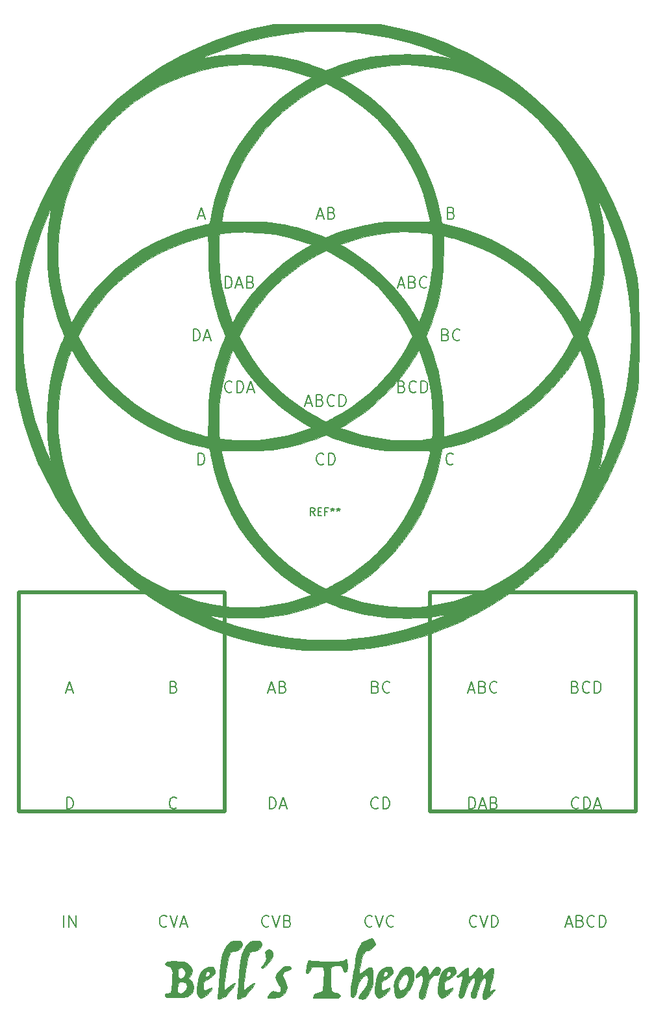
<source format=gbr>
G04 #@! TF.GenerationSoftware,KiCad,Pcbnew,(5.1.5-0)*
G04 #@! TF.CreationDate,2020-10-12T11:50:34-05:00*
G04 #@! TF.ProjectId,bells-venn,62656c6c-732d-4766-956e-6e2e6b696361,rev?*
G04 #@! TF.SameCoordinates,Original*
G04 #@! TF.FileFunction,Legend,Top*
G04 #@! TF.FilePolarity,Positive*
%FSLAX46Y46*%
G04 Gerber Fmt 4.6, Leading zero omitted, Abs format (unit mm)*
G04 Created by KiCad (PCBNEW (5.1.5-0)) date 2020-10-12 11:50:34*
%MOMM*%
%LPD*%
G04 APERTURE LIST*
%ADD10C,0.150000*%
%ADD11C,0.500000*%
%ADD12C,0.010000*%
G04 APERTURE END LIST*
D10*
X43965857Y-42668000D02*
X44680142Y-42668000D01*
X43823000Y-43096571D02*
X44323000Y-41596571D01*
X44823000Y-43096571D01*
X43930142Y-75100571D02*
X43930142Y-73600571D01*
X44287285Y-73600571D01*
X44501571Y-73672000D01*
X44644428Y-73814857D01*
X44715857Y-73957714D01*
X44787285Y-74243428D01*
X44787285Y-74457714D01*
X44715857Y-74743428D01*
X44644428Y-74886285D01*
X44501571Y-75029142D01*
X44287285Y-75100571D01*
X43930142Y-75100571D01*
X47490285Y-52113571D02*
X47490285Y-50613571D01*
X47847428Y-50613571D01*
X48061714Y-50685000D01*
X48204571Y-50827857D01*
X48276000Y-50970714D01*
X48347428Y-51256428D01*
X48347428Y-51470714D01*
X48276000Y-51756428D01*
X48204571Y-51899285D01*
X48061714Y-52042142D01*
X47847428Y-52113571D01*
X47490285Y-52113571D01*
X48918857Y-51685000D02*
X49633142Y-51685000D01*
X48776000Y-52113571D02*
X49276000Y-50613571D01*
X49776000Y-52113571D01*
X50776000Y-51327857D02*
X50990285Y-51399285D01*
X51061714Y-51470714D01*
X51133142Y-51613571D01*
X51133142Y-51827857D01*
X51061714Y-51970714D01*
X50990285Y-52042142D01*
X50847428Y-52113571D01*
X50276000Y-52113571D01*
X50276000Y-50613571D01*
X50776000Y-50613571D01*
X50918857Y-50685000D01*
X50990285Y-50756428D01*
X51061714Y-50899285D01*
X51061714Y-51042142D01*
X50990285Y-51185000D01*
X50918857Y-51256428D01*
X50776000Y-51327857D01*
X50276000Y-51327857D01*
X76192142Y-58185857D02*
X76406428Y-58257285D01*
X76477857Y-58328714D01*
X76549285Y-58471571D01*
X76549285Y-58685857D01*
X76477857Y-58828714D01*
X76406428Y-58900142D01*
X76263571Y-58971571D01*
X75692142Y-58971571D01*
X75692142Y-57471571D01*
X76192142Y-57471571D01*
X76335000Y-57543000D01*
X76406428Y-57614428D01*
X76477857Y-57757285D01*
X76477857Y-57900142D01*
X76406428Y-58043000D01*
X76335000Y-58114428D01*
X76192142Y-58185857D01*
X75692142Y-58185857D01*
X78049285Y-58828714D02*
X77977857Y-58900142D01*
X77763571Y-58971571D01*
X77620714Y-58971571D01*
X77406428Y-58900142D01*
X77263571Y-58757285D01*
X77192142Y-58614428D01*
X77120714Y-58328714D01*
X77120714Y-58114428D01*
X77192142Y-57828714D01*
X77263571Y-57685857D01*
X77406428Y-57543000D01*
X77620714Y-57471571D01*
X77763571Y-57471571D01*
X77977857Y-57543000D01*
X78049285Y-57614428D01*
X76942142Y-42310857D02*
X77156428Y-42382285D01*
X77227857Y-42453714D01*
X77299285Y-42596571D01*
X77299285Y-42810857D01*
X77227857Y-42953714D01*
X77156428Y-43025142D01*
X77013571Y-43096571D01*
X76442142Y-43096571D01*
X76442142Y-41596571D01*
X76942142Y-41596571D01*
X77085000Y-41668000D01*
X77156428Y-41739428D01*
X77227857Y-41882285D01*
X77227857Y-42025142D01*
X77156428Y-42168000D01*
X77085000Y-42239428D01*
X76942142Y-42310857D01*
X76442142Y-42310857D01*
X77172285Y-74957714D02*
X77100857Y-75029142D01*
X76886571Y-75100571D01*
X76743714Y-75100571D01*
X76529428Y-75029142D01*
X76386571Y-74886285D01*
X76315142Y-74743428D01*
X76243714Y-74457714D01*
X76243714Y-74243428D01*
X76315142Y-73957714D01*
X76386571Y-73814857D01*
X76529428Y-73672000D01*
X76743714Y-73600571D01*
X76886571Y-73600571D01*
X77100857Y-73672000D01*
X77172285Y-73743428D01*
X43287285Y-58971571D02*
X43287285Y-57471571D01*
X43644428Y-57471571D01*
X43858714Y-57543000D01*
X44001571Y-57685857D01*
X44073000Y-57828714D01*
X44144428Y-58114428D01*
X44144428Y-58328714D01*
X44073000Y-58614428D01*
X44001571Y-58757285D01*
X43858714Y-58900142D01*
X43644428Y-58971571D01*
X43287285Y-58971571D01*
X44715857Y-58543000D02*
X45430142Y-58543000D01*
X44573000Y-58971571D02*
X45073000Y-57471571D01*
X45573000Y-58971571D01*
X60293285Y-74957714D02*
X60221857Y-75029142D01*
X60007571Y-75100571D01*
X59864714Y-75100571D01*
X59650428Y-75029142D01*
X59507571Y-74886285D01*
X59436142Y-74743428D01*
X59364714Y-74457714D01*
X59364714Y-74243428D01*
X59436142Y-73957714D01*
X59507571Y-73814857D01*
X59650428Y-73672000D01*
X59864714Y-73600571D01*
X60007571Y-73600571D01*
X60221857Y-73672000D01*
X60293285Y-73743428D01*
X60936142Y-75100571D02*
X60936142Y-73600571D01*
X61293285Y-73600571D01*
X61507571Y-73672000D01*
X61650428Y-73814857D01*
X61721857Y-73957714D01*
X61793285Y-74243428D01*
X61793285Y-74457714D01*
X61721857Y-74743428D01*
X61650428Y-74886285D01*
X61507571Y-75029142D01*
X61293285Y-75100571D01*
X60936142Y-75100571D01*
X59471857Y-42668000D02*
X60186142Y-42668000D01*
X59329000Y-43096571D02*
X59829000Y-41596571D01*
X60329000Y-43096571D01*
X61329000Y-42310857D02*
X61543285Y-42382285D01*
X61614714Y-42453714D01*
X61686142Y-42596571D01*
X61686142Y-42810857D01*
X61614714Y-42953714D01*
X61543285Y-43025142D01*
X61400428Y-43096571D01*
X60829000Y-43096571D01*
X60829000Y-41596571D01*
X61329000Y-41596571D01*
X61471857Y-41668000D01*
X61543285Y-41739428D01*
X61614714Y-41882285D01*
X61614714Y-42025142D01*
X61543285Y-42168000D01*
X61471857Y-42239428D01*
X61329000Y-42310857D01*
X60829000Y-42310857D01*
X48347428Y-65559714D02*
X48276000Y-65631142D01*
X48061714Y-65702571D01*
X47918857Y-65702571D01*
X47704571Y-65631142D01*
X47561714Y-65488285D01*
X47490285Y-65345428D01*
X47418857Y-65059714D01*
X47418857Y-64845428D01*
X47490285Y-64559714D01*
X47561714Y-64416857D01*
X47704571Y-64274000D01*
X47918857Y-64202571D01*
X48061714Y-64202571D01*
X48276000Y-64274000D01*
X48347428Y-64345428D01*
X48990285Y-65702571D02*
X48990285Y-64202571D01*
X49347428Y-64202571D01*
X49561714Y-64274000D01*
X49704571Y-64416857D01*
X49776000Y-64559714D01*
X49847428Y-64845428D01*
X49847428Y-65059714D01*
X49776000Y-65345428D01*
X49704571Y-65488285D01*
X49561714Y-65631142D01*
X49347428Y-65702571D01*
X48990285Y-65702571D01*
X50418857Y-65274000D02*
X51133142Y-65274000D01*
X50276000Y-65702571D02*
X50776000Y-64202571D01*
X51276000Y-65702571D01*
X66635428Y-135155714D02*
X66564000Y-135227142D01*
X66349714Y-135298571D01*
X66206857Y-135298571D01*
X65992571Y-135227142D01*
X65849714Y-135084285D01*
X65778285Y-134941428D01*
X65706857Y-134655714D01*
X65706857Y-134441428D01*
X65778285Y-134155714D01*
X65849714Y-134012857D01*
X65992571Y-133870000D01*
X66206857Y-133798571D01*
X66349714Y-133798571D01*
X66564000Y-133870000D01*
X66635428Y-133941428D01*
X67064000Y-133798571D02*
X67564000Y-135298571D01*
X68064000Y-133798571D01*
X69421142Y-135155714D02*
X69349714Y-135227142D01*
X69135428Y-135298571D01*
X68992571Y-135298571D01*
X68778285Y-135227142D01*
X68635428Y-135084285D01*
X68564000Y-134941428D01*
X68492571Y-134655714D01*
X68492571Y-134441428D01*
X68564000Y-134155714D01*
X68635428Y-134012857D01*
X68778285Y-133870000D01*
X68992571Y-133798571D01*
X69135428Y-133798571D01*
X69349714Y-133870000D01*
X69421142Y-133941428D01*
X57971857Y-67052000D02*
X58686142Y-67052000D01*
X57829000Y-67480571D02*
X58329000Y-65980571D01*
X58829000Y-67480571D01*
X59829000Y-66694857D02*
X60043285Y-66766285D01*
X60114714Y-66837714D01*
X60186142Y-66980571D01*
X60186142Y-67194857D01*
X60114714Y-67337714D01*
X60043285Y-67409142D01*
X59900428Y-67480571D01*
X59329000Y-67480571D01*
X59329000Y-65980571D01*
X59829000Y-65980571D01*
X59971857Y-66052000D01*
X60043285Y-66123428D01*
X60114714Y-66266285D01*
X60114714Y-66409142D01*
X60043285Y-66552000D01*
X59971857Y-66623428D01*
X59829000Y-66694857D01*
X59329000Y-66694857D01*
X61686142Y-67337714D02*
X61614714Y-67409142D01*
X61400428Y-67480571D01*
X61257571Y-67480571D01*
X61043285Y-67409142D01*
X60900428Y-67266285D01*
X60829000Y-67123428D01*
X60757571Y-66837714D01*
X60757571Y-66623428D01*
X60829000Y-66337714D01*
X60900428Y-66194857D01*
X61043285Y-66052000D01*
X61257571Y-65980571D01*
X61400428Y-65980571D01*
X61614714Y-66052000D01*
X61686142Y-66123428D01*
X62329000Y-67480571D02*
X62329000Y-65980571D01*
X62686142Y-65980571D01*
X62900428Y-66052000D01*
X63043285Y-66194857D01*
X63114714Y-66337714D01*
X63186142Y-66623428D01*
X63186142Y-66837714D01*
X63114714Y-67123428D01*
X63043285Y-67266285D01*
X62900428Y-67409142D01*
X62686142Y-67480571D01*
X62329000Y-67480571D01*
X70024857Y-51685000D02*
X70739142Y-51685000D01*
X69882000Y-52113571D02*
X70382000Y-50613571D01*
X70882000Y-52113571D01*
X71882000Y-51327857D02*
X72096285Y-51399285D01*
X72167714Y-51470714D01*
X72239142Y-51613571D01*
X72239142Y-51827857D01*
X72167714Y-51970714D01*
X72096285Y-52042142D01*
X71953428Y-52113571D01*
X71382000Y-52113571D01*
X71382000Y-50613571D01*
X71882000Y-50613571D01*
X72024857Y-50685000D01*
X72096285Y-50756428D01*
X72167714Y-50899285D01*
X72167714Y-51042142D01*
X72096285Y-51185000D01*
X72024857Y-51256428D01*
X71882000Y-51327857D01*
X71382000Y-51327857D01*
X73739142Y-51970714D02*
X73667714Y-52042142D01*
X73453428Y-52113571D01*
X73310571Y-52113571D01*
X73096285Y-52042142D01*
X72953428Y-51899285D01*
X72882000Y-51756428D01*
X72810571Y-51470714D01*
X72810571Y-51256428D01*
X72882000Y-50970714D01*
X72953428Y-50827857D01*
X73096285Y-50685000D01*
X73310571Y-50613571D01*
X73453428Y-50613571D01*
X73667714Y-50685000D01*
X73739142Y-50756428D01*
X70489142Y-64916857D02*
X70703428Y-64988285D01*
X70774857Y-65059714D01*
X70846285Y-65202571D01*
X70846285Y-65416857D01*
X70774857Y-65559714D01*
X70703428Y-65631142D01*
X70560571Y-65702571D01*
X69989142Y-65702571D01*
X69989142Y-64202571D01*
X70489142Y-64202571D01*
X70632000Y-64274000D01*
X70703428Y-64345428D01*
X70774857Y-64488285D01*
X70774857Y-64631142D01*
X70703428Y-64774000D01*
X70632000Y-64845428D01*
X70489142Y-64916857D01*
X69989142Y-64916857D01*
X72346285Y-65559714D02*
X72274857Y-65631142D01*
X72060571Y-65702571D01*
X71917714Y-65702571D01*
X71703428Y-65631142D01*
X71560571Y-65488285D01*
X71489142Y-65345428D01*
X71417714Y-65059714D01*
X71417714Y-64845428D01*
X71489142Y-64559714D01*
X71560571Y-64416857D01*
X71703428Y-64274000D01*
X71917714Y-64202571D01*
X72060571Y-64202571D01*
X72274857Y-64274000D01*
X72346285Y-64345428D01*
X72989142Y-65702571D02*
X72989142Y-64202571D01*
X73346285Y-64202571D01*
X73560571Y-64274000D01*
X73703428Y-64416857D01*
X73774857Y-64559714D01*
X73846285Y-64845428D01*
X73846285Y-65059714D01*
X73774857Y-65345428D01*
X73703428Y-65488285D01*
X73560571Y-65631142D01*
X73346285Y-65702571D01*
X72989142Y-65702571D01*
X53173428Y-135155714D02*
X53102000Y-135227142D01*
X52887714Y-135298571D01*
X52744857Y-135298571D01*
X52530571Y-135227142D01*
X52387714Y-135084285D01*
X52316285Y-134941428D01*
X52244857Y-134655714D01*
X52244857Y-134441428D01*
X52316285Y-134155714D01*
X52387714Y-134012857D01*
X52530571Y-133870000D01*
X52744857Y-133798571D01*
X52887714Y-133798571D01*
X53102000Y-133870000D01*
X53173428Y-133941428D01*
X53602000Y-133798571D02*
X54102000Y-135298571D01*
X54602000Y-133798571D01*
X55602000Y-134512857D02*
X55816285Y-134584285D01*
X55887714Y-134655714D01*
X55959142Y-134798571D01*
X55959142Y-135012857D01*
X55887714Y-135155714D01*
X55816285Y-135227142D01*
X55673428Y-135298571D01*
X55102000Y-135298571D01*
X55102000Y-133798571D01*
X55602000Y-133798571D01*
X55744857Y-133870000D01*
X55816285Y-133941428D01*
X55887714Y-134084285D01*
X55887714Y-134227142D01*
X55816285Y-134370000D01*
X55744857Y-134441428D01*
X55602000Y-134512857D01*
X55102000Y-134512857D01*
X39818571Y-135155714D02*
X39747142Y-135227142D01*
X39532857Y-135298571D01*
X39390000Y-135298571D01*
X39175714Y-135227142D01*
X39032857Y-135084285D01*
X38961428Y-134941428D01*
X38890000Y-134655714D01*
X38890000Y-134441428D01*
X38961428Y-134155714D01*
X39032857Y-134012857D01*
X39175714Y-133870000D01*
X39390000Y-133798571D01*
X39532857Y-133798571D01*
X39747142Y-133870000D01*
X39818571Y-133941428D01*
X40247142Y-133798571D02*
X40747142Y-135298571D01*
X41247142Y-133798571D01*
X41675714Y-134870000D02*
X42390000Y-134870000D01*
X41532857Y-135298571D02*
X42032857Y-133798571D01*
X42532857Y-135298571D01*
X26392285Y-135298571D02*
X26392285Y-133798571D01*
X27106571Y-135298571D02*
X27106571Y-133798571D01*
X27963714Y-135298571D01*
X27963714Y-133798571D01*
X91880857Y-134870000D02*
X92595142Y-134870000D01*
X91738000Y-135298571D02*
X92238000Y-133798571D01*
X92738000Y-135298571D01*
X93738000Y-134512857D02*
X93952285Y-134584285D01*
X94023714Y-134655714D01*
X94095142Y-134798571D01*
X94095142Y-135012857D01*
X94023714Y-135155714D01*
X93952285Y-135227142D01*
X93809428Y-135298571D01*
X93238000Y-135298571D01*
X93238000Y-133798571D01*
X93738000Y-133798571D01*
X93880857Y-133870000D01*
X93952285Y-133941428D01*
X94023714Y-134084285D01*
X94023714Y-134227142D01*
X93952285Y-134370000D01*
X93880857Y-134441428D01*
X93738000Y-134512857D01*
X93238000Y-134512857D01*
X95595142Y-135155714D02*
X95523714Y-135227142D01*
X95309428Y-135298571D01*
X95166571Y-135298571D01*
X94952285Y-135227142D01*
X94809428Y-135084285D01*
X94738000Y-134941428D01*
X94666571Y-134655714D01*
X94666571Y-134441428D01*
X94738000Y-134155714D01*
X94809428Y-134012857D01*
X94952285Y-133870000D01*
X95166571Y-133798571D01*
X95309428Y-133798571D01*
X95523714Y-133870000D01*
X95595142Y-133941428D01*
X96238000Y-135298571D02*
X96238000Y-133798571D01*
X96595142Y-133798571D01*
X96809428Y-133870000D01*
X96952285Y-134012857D01*
X97023714Y-134155714D01*
X97095142Y-134441428D01*
X97095142Y-134655714D01*
X97023714Y-134941428D01*
X96952285Y-135084285D01*
X96809428Y-135227142D01*
X96595142Y-135298571D01*
X96238000Y-135298571D01*
X80224428Y-135155714D02*
X80153000Y-135227142D01*
X79938714Y-135298571D01*
X79795857Y-135298571D01*
X79581571Y-135227142D01*
X79438714Y-135084285D01*
X79367285Y-134941428D01*
X79295857Y-134655714D01*
X79295857Y-134441428D01*
X79367285Y-134155714D01*
X79438714Y-134012857D01*
X79581571Y-133870000D01*
X79795857Y-133798571D01*
X79938714Y-133798571D01*
X80153000Y-133870000D01*
X80224428Y-133941428D01*
X80653000Y-133798571D02*
X81153000Y-135298571D01*
X81653000Y-133798571D01*
X82153000Y-135298571D02*
X82153000Y-133798571D01*
X82510142Y-133798571D01*
X82724428Y-133870000D01*
X82867285Y-134012857D01*
X82938714Y-134155714D01*
X83010142Y-134441428D01*
X83010142Y-134655714D01*
X82938714Y-134941428D01*
X82867285Y-135084285D01*
X82724428Y-135227142D01*
X82510142Y-135298571D01*
X82153000Y-135298571D01*
X93095142Y-104032857D02*
X93309428Y-104104285D01*
X93380857Y-104175714D01*
X93452285Y-104318571D01*
X93452285Y-104532857D01*
X93380857Y-104675714D01*
X93309428Y-104747142D01*
X93166571Y-104818571D01*
X92595142Y-104818571D01*
X92595142Y-103318571D01*
X93095142Y-103318571D01*
X93238000Y-103390000D01*
X93309428Y-103461428D01*
X93380857Y-103604285D01*
X93380857Y-103747142D01*
X93309428Y-103890000D01*
X93238000Y-103961428D01*
X93095142Y-104032857D01*
X92595142Y-104032857D01*
X94952285Y-104675714D02*
X94880857Y-104747142D01*
X94666571Y-104818571D01*
X94523714Y-104818571D01*
X94309428Y-104747142D01*
X94166571Y-104604285D01*
X94095142Y-104461428D01*
X94023714Y-104175714D01*
X94023714Y-103961428D01*
X94095142Y-103675714D01*
X94166571Y-103532857D01*
X94309428Y-103390000D01*
X94523714Y-103318571D01*
X94666571Y-103318571D01*
X94880857Y-103390000D01*
X94952285Y-103461428D01*
X95595142Y-104818571D02*
X95595142Y-103318571D01*
X95952285Y-103318571D01*
X96166571Y-103390000D01*
X96309428Y-103532857D01*
X96380857Y-103675714D01*
X96452285Y-103961428D01*
X96452285Y-104175714D01*
X96380857Y-104461428D01*
X96309428Y-104604285D01*
X96166571Y-104747142D01*
X95952285Y-104818571D01*
X95595142Y-104818571D01*
X79168857Y-104390000D02*
X79883142Y-104390000D01*
X79026000Y-104818571D02*
X79526000Y-103318571D01*
X80026000Y-104818571D01*
X81026000Y-104032857D02*
X81240285Y-104104285D01*
X81311714Y-104175714D01*
X81383142Y-104318571D01*
X81383142Y-104532857D01*
X81311714Y-104675714D01*
X81240285Y-104747142D01*
X81097428Y-104818571D01*
X80526000Y-104818571D01*
X80526000Y-103318571D01*
X81026000Y-103318571D01*
X81168857Y-103390000D01*
X81240285Y-103461428D01*
X81311714Y-103604285D01*
X81311714Y-103747142D01*
X81240285Y-103890000D01*
X81168857Y-103961428D01*
X81026000Y-104032857D01*
X80526000Y-104032857D01*
X82883142Y-104675714D02*
X82811714Y-104747142D01*
X82597428Y-104818571D01*
X82454571Y-104818571D01*
X82240285Y-104747142D01*
X82097428Y-104604285D01*
X82026000Y-104461428D01*
X81954571Y-104175714D01*
X81954571Y-103961428D01*
X82026000Y-103675714D01*
X82097428Y-103532857D01*
X82240285Y-103390000D01*
X82454571Y-103318571D01*
X82597428Y-103318571D01*
X82811714Y-103390000D01*
X82883142Y-103461428D01*
X67048142Y-104032857D02*
X67262428Y-104104285D01*
X67333857Y-104175714D01*
X67405285Y-104318571D01*
X67405285Y-104532857D01*
X67333857Y-104675714D01*
X67262428Y-104747142D01*
X67119571Y-104818571D01*
X66548142Y-104818571D01*
X66548142Y-103318571D01*
X67048142Y-103318571D01*
X67191000Y-103390000D01*
X67262428Y-103461428D01*
X67333857Y-103604285D01*
X67333857Y-103747142D01*
X67262428Y-103890000D01*
X67191000Y-103961428D01*
X67048142Y-104032857D01*
X66548142Y-104032857D01*
X68905285Y-104675714D02*
X68833857Y-104747142D01*
X68619571Y-104818571D01*
X68476714Y-104818571D01*
X68262428Y-104747142D01*
X68119571Y-104604285D01*
X68048142Y-104461428D01*
X67976714Y-104175714D01*
X67976714Y-103961428D01*
X68048142Y-103675714D01*
X68119571Y-103532857D01*
X68262428Y-103390000D01*
X68476714Y-103318571D01*
X68619571Y-103318571D01*
X68833857Y-103390000D01*
X68905285Y-103461428D01*
X67405285Y-119788714D02*
X67333857Y-119860142D01*
X67119571Y-119931571D01*
X66976714Y-119931571D01*
X66762428Y-119860142D01*
X66619571Y-119717285D01*
X66548142Y-119574428D01*
X66476714Y-119288714D01*
X66476714Y-119074428D01*
X66548142Y-118788714D01*
X66619571Y-118645857D01*
X66762428Y-118503000D01*
X66976714Y-118431571D01*
X67119571Y-118431571D01*
X67333857Y-118503000D01*
X67405285Y-118574428D01*
X68048142Y-119931571D02*
X68048142Y-118431571D01*
X68405285Y-118431571D01*
X68619571Y-118503000D01*
X68762428Y-118645857D01*
X68833857Y-118788714D01*
X68905285Y-119074428D01*
X68905285Y-119288714D01*
X68833857Y-119574428D01*
X68762428Y-119717285D01*
X68619571Y-119860142D01*
X68405285Y-119931571D01*
X68048142Y-119931571D01*
X53121857Y-104390000D02*
X53836142Y-104390000D01*
X52979000Y-104818571D02*
X53479000Y-103318571D01*
X53979000Y-104818571D01*
X54979000Y-104032857D02*
X55193285Y-104104285D01*
X55264714Y-104175714D01*
X55336142Y-104318571D01*
X55336142Y-104532857D01*
X55264714Y-104675714D01*
X55193285Y-104747142D01*
X55050428Y-104818571D01*
X54479000Y-104818571D01*
X54479000Y-103318571D01*
X54979000Y-103318571D01*
X55121857Y-103390000D01*
X55193285Y-103461428D01*
X55264714Y-103604285D01*
X55264714Y-103747142D01*
X55193285Y-103890000D01*
X55121857Y-103961428D01*
X54979000Y-104032857D01*
X54479000Y-104032857D01*
X53193285Y-119931571D02*
X53193285Y-118431571D01*
X53550428Y-118431571D01*
X53764714Y-118503000D01*
X53907571Y-118645857D01*
X53979000Y-118788714D01*
X54050428Y-119074428D01*
X54050428Y-119288714D01*
X53979000Y-119574428D01*
X53907571Y-119717285D01*
X53764714Y-119860142D01*
X53550428Y-119931571D01*
X53193285Y-119931571D01*
X54621857Y-119503000D02*
X55336142Y-119503000D01*
X54479000Y-119931571D02*
X54979000Y-118431571D01*
X55479000Y-119931571D01*
X26785142Y-119931571D02*
X26785142Y-118431571D01*
X27142285Y-118431571D01*
X27356571Y-118503000D01*
X27499428Y-118645857D01*
X27570857Y-118788714D01*
X27642285Y-119074428D01*
X27642285Y-119288714D01*
X27570857Y-119574428D01*
X27499428Y-119717285D01*
X27356571Y-119860142D01*
X27142285Y-119931571D01*
X26785142Y-119931571D01*
X41104285Y-119788714D02*
X41032857Y-119860142D01*
X40818571Y-119931571D01*
X40675714Y-119931571D01*
X40461428Y-119860142D01*
X40318571Y-119717285D01*
X40247142Y-119574428D01*
X40175714Y-119288714D01*
X40175714Y-119074428D01*
X40247142Y-118788714D01*
X40318571Y-118645857D01*
X40461428Y-118503000D01*
X40675714Y-118431571D01*
X40818571Y-118431571D01*
X41032857Y-118503000D01*
X41104285Y-118574428D01*
X40747142Y-104032857D02*
X40961428Y-104104285D01*
X41032857Y-104175714D01*
X41104285Y-104318571D01*
X41104285Y-104532857D01*
X41032857Y-104675714D01*
X40961428Y-104747142D01*
X40818571Y-104818571D01*
X40247142Y-104818571D01*
X40247142Y-103318571D01*
X40747142Y-103318571D01*
X40890000Y-103390000D01*
X40961428Y-103461428D01*
X41032857Y-103604285D01*
X41032857Y-103747142D01*
X40961428Y-103890000D01*
X40890000Y-103961428D01*
X40747142Y-104032857D01*
X40247142Y-104032857D01*
X26820857Y-104390000D02*
X27535142Y-104390000D01*
X26678000Y-104818571D02*
X27178000Y-103318571D01*
X27678000Y-104818571D01*
X93559428Y-119788714D02*
X93488000Y-119860142D01*
X93273714Y-119931571D01*
X93130857Y-119931571D01*
X92916571Y-119860142D01*
X92773714Y-119717285D01*
X92702285Y-119574428D01*
X92630857Y-119288714D01*
X92630857Y-119074428D01*
X92702285Y-118788714D01*
X92773714Y-118645857D01*
X92916571Y-118503000D01*
X93130857Y-118431571D01*
X93273714Y-118431571D01*
X93488000Y-118503000D01*
X93559428Y-118574428D01*
X94202285Y-119931571D02*
X94202285Y-118431571D01*
X94559428Y-118431571D01*
X94773714Y-118503000D01*
X94916571Y-118645857D01*
X94988000Y-118788714D01*
X95059428Y-119074428D01*
X95059428Y-119288714D01*
X94988000Y-119574428D01*
X94916571Y-119717285D01*
X94773714Y-119860142D01*
X94559428Y-119931571D01*
X94202285Y-119931571D01*
X95630857Y-119503000D02*
X96345142Y-119503000D01*
X95488000Y-119931571D02*
X95988000Y-118431571D01*
X96488000Y-119931571D01*
X79240285Y-119931571D02*
X79240285Y-118431571D01*
X79597428Y-118431571D01*
X79811714Y-118503000D01*
X79954571Y-118645857D01*
X80026000Y-118788714D01*
X80097428Y-119074428D01*
X80097428Y-119288714D01*
X80026000Y-119574428D01*
X79954571Y-119717285D01*
X79811714Y-119860142D01*
X79597428Y-119931571D01*
X79240285Y-119931571D01*
X80668857Y-119503000D02*
X81383142Y-119503000D01*
X80526000Y-119931571D02*
X81026000Y-118431571D01*
X81526000Y-119931571D01*
X82526000Y-119145857D02*
X82740285Y-119217285D01*
X82811714Y-119288714D01*
X82883142Y-119431571D01*
X82883142Y-119645857D01*
X82811714Y-119788714D01*
X82740285Y-119860142D01*
X82597428Y-119931571D01*
X82026000Y-119931571D01*
X82026000Y-118431571D01*
X82526000Y-118431571D01*
X82668857Y-118503000D01*
X82740285Y-118574428D01*
X82811714Y-118717285D01*
X82811714Y-118860142D01*
X82740285Y-119003000D01*
X82668857Y-119074428D01*
X82526000Y-119145857D01*
X82026000Y-119145857D01*
D11*
X74168000Y-91694000D02*
X100965000Y-91694000D01*
X20574000Y-120269000D02*
X20574000Y-91694000D01*
X47371000Y-120269000D02*
X20574000Y-120269000D01*
X47371000Y-91694000D02*
X47371000Y-120269000D01*
X20574000Y-91694000D02*
X47371000Y-91694000D01*
X74168000Y-120269000D02*
X74168000Y-91694000D01*
X100965000Y-120269000D02*
X74168000Y-120269000D01*
X100965000Y-91694000D02*
X100965000Y-120269000D01*
D12*
G36*
X53331383Y-138267398D02*
G01*
X53398117Y-138316535D01*
X53624447Y-138613861D01*
X53687375Y-138951460D01*
X53586770Y-139329938D01*
X53322500Y-139749898D01*
X53007147Y-140102166D01*
X52708686Y-140379390D01*
X52465244Y-140561837D01*
X52301479Y-140631165D01*
X52295777Y-140631333D01*
X52150520Y-140613804D01*
X52112333Y-140586509D01*
X52160882Y-140502037D01*
X52287676Y-140325453D01*
X52451000Y-140113239D01*
X52697803Y-139728012D01*
X52792546Y-139374552D01*
X52741096Y-139023523D01*
X52692989Y-138903118D01*
X52655745Y-138662502D01*
X52739322Y-138446712D01*
X52905361Y-138287657D01*
X53115501Y-138217249D01*
X53331383Y-138267398D01*
G37*
X53331383Y-138267398D02*
X53398117Y-138316535D01*
X53624447Y-138613861D01*
X53687375Y-138951460D01*
X53586770Y-139329938D01*
X53322500Y-139749898D01*
X53007147Y-140102166D01*
X52708686Y-140379390D01*
X52465244Y-140561837D01*
X52301479Y-140631165D01*
X52295777Y-140631333D01*
X52150520Y-140613804D01*
X52112333Y-140586509D01*
X52160882Y-140502037D01*
X52287676Y-140325453D01*
X52451000Y-140113239D01*
X52697803Y-139728012D01*
X52792546Y-139374552D01*
X52741096Y-139023523D01*
X52692989Y-138903118D01*
X52655745Y-138662502D01*
X52739322Y-138446712D01*
X52905361Y-138287657D01*
X53115501Y-138217249D01*
X53331383Y-138267398D01*
G36*
X77243217Y-140529077D02*
G01*
X77455140Y-140733455D01*
X77557403Y-140991783D01*
X77566470Y-141222020D01*
X77462765Y-141441456D01*
X77231046Y-141668894D01*
X76856072Y-141923138D01*
X76752561Y-141984698D01*
X76401198Y-142202849D01*
X76176362Y-142387170D01*
X76050845Y-142574819D01*
X75997437Y-142802955D01*
X75988333Y-143028400D01*
X76016653Y-143345173D01*
X76111454Y-143509648D01*
X76287497Y-143530161D01*
X76559540Y-143415046D01*
X76616000Y-143382821D01*
X76898319Y-143244081D01*
X77074472Y-143217457D01*
X77136131Y-143302547D01*
X77114766Y-143406878D01*
X77008153Y-143606056D01*
X76810424Y-143830737D01*
X76497453Y-144107053D01*
X76382897Y-144199614D01*
X76016827Y-144437021D01*
X75708463Y-144522135D01*
X75462682Y-144454092D01*
X75377714Y-144377833D01*
X75259647Y-144134666D01*
X75198899Y-143769959D01*
X75191246Y-143319925D01*
X75232468Y-142820778D01*
X75318341Y-142308731D01*
X75444642Y-141819999D01*
X75511609Y-141643128D01*
X76242333Y-141643128D01*
X76305551Y-141721921D01*
X76460372Y-141718937D01*
X76654546Y-141641730D01*
X76762120Y-141567971D01*
X76894707Y-141429211D01*
X76897751Y-141307003D01*
X76868258Y-141250471D01*
X76710459Y-141093056D01*
X76544200Y-141100620D01*
X76389379Y-141271201D01*
X76374230Y-141299197D01*
X76283669Y-141498729D01*
X76242557Y-141637502D01*
X76242333Y-141643128D01*
X75511609Y-141643128D01*
X75607148Y-141390794D01*
X75757764Y-141118493D01*
X75994278Y-140871217D01*
X76321281Y-140654776D01*
X76671788Y-140506519D01*
X76935149Y-140462000D01*
X77243217Y-140529077D01*
G37*
X77243217Y-140529077D02*
X77455140Y-140733455D01*
X77557403Y-140991783D01*
X77566470Y-141222020D01*
X77462765Y-141441456D01*
X77231046Y-141668894D01*
X76856072Y-141923138D01*
X76752561Y-141984698D01*
X76401198Y-142202849D01*
X76176362Y-142387170D01*
X76050845Y-142574819D01*
X75997437Y-142802955D01*
X75988333Y-143028400D01*
X76016653Y-143345173D01*
X76111454Y-143509648D01*
X76287497Y-143530161D01*
X76559540Y-143415046D01*
X76616000Y-143382821D01*
X76898319Y-143244081D01*
X77074472Y-143217457D01*
X77136131Y-143302547D01*
X77114766Y-143406878D01*
X77008153Y-143606056D01*
X76810424Y-143830737D01*
X76497453Y-144107053D01*
X76382897Y-144199614D01*
X76016827Y-144437021D01*
X75708463Y-144522135D01*
X75462682Y-144454092D01*
X75377714Y-144377833D01*
X75259647Y-144134666D01*
X75198899Y-143769959D01*
X75191246Y-143319925D01*
X75232468Y-142820778D01*
X75318341Y-142308731D01*
X75444642Y-141819999D01*
X75511609Y-141643128D01*
X76242333Y-141643128D01*
X76305551Y-141721921D01*
X76460372Y-141718937D01*
X76654546Y-141641730D01*
X76762120Y-141567971D01*
X76894707Y-141429211D01*
X76897751Y-141307003D01*
X76868258Y-141250471D01*
X76710459Y-141093056D01*
X76544200Y-141100620D01*
X76389379Y-141271201D01*
X76374230Y-141299197D01*
X76283669Y-141498729D01*
X76242557Y-141637502D01*
X76242333Y-141643128D01*
X75511609Y-141643128D01*
X75607148Y-141390794D01*
X75757764Y-141118493D01*
X75994278Y-140871217D01*
X76321281Y-140654776D01*
X76671788Y-140506519D01*
X76935149Y-140462000D01*
X77243217Y-140529077D01*
G36*
X69030550Y-140529077D02*
G01*
X69242473Y-140733455D01*
X69344736Y-140991783D01*
X69353804Y-141222020D01*
X69250099Y-141441456D01*
X69018380Y-141668894D01*
X68643405Y-141923138D01*
X68539894Y-141984698D01*
X68188532Y-142202849D01*
X67963696Y-142387170D01*
X67838178Y-142574819D01*
X67784771Y-142802955D01*
X67775666Y-143028400D01*
X67803987Y-143345173D01*
X67898788Y-143509648D01*
X68074830Y-143530161D01*
X68346874Y-143415046D01*
X68403333Y-143382821D01*
X68685652Y-143244081D01*
X68861806Y-143217457D01*
X68923464Y-143302547D01*
X68902099Y-143406878D01*
X68795486Y-143606056D01*
X68597757Y-143830737D01*
X68284786Y-144107053D01*
X68170230Y-144199614D01*
X67804160Y-144437021D01*
X67495797Y-144522135D01*
X67250015Y-144454092D01*
X67165048Y-144377833D01*
X67046980Y-144134666D01*
X66986232Y-143769959D01*
X66978580Y-143319925D01*
X67019801Y-142820778D01*
X67105674Y-142308731D01*
X67231975Y-141819999D01*
X67298942Y-141643128D01*
X68029666Y-141643128D01*
X68092884Y-141721921D01*
X68247705Y-141718937D01*
X68441879Y-141641730D01*
X68549453Y-141567971D01*
X68682040Y-141429211D01*
X68685084Y-141307003D01*
X68655591Y-141250471D01*
X68497793Y-141093056D01*
X68331533Y-141100620D01*
X68176712Y-141271201D01*
X68161563Y-141299197D01*
X68071002Y-141498729D01*
X68029890Y-141637502D01*
X68029666Y-141643128D01*
X67298942Y-141643128D01*
X67394482Y-141390794D01*
X67545097Y-141118493D01*
X67781612Y-140871217D01*
X68108614Y-140654776D01*
X68459121Y-140506519D01*
X68722482Y-140462000D01*
X69030550Y-140529077D01*
G37*
X69030550Y-140529077D02*
X69242473Y-140733455D01*
X69344736Y-140991783D01*
X69353804Y-141222020D01*
X69250099Y-141441456D01*
X69018380Y-141668894D01*
X68643405Y-141923138D01*
X68539894Y-141984698D01*
X68188532Y-142202849D01*
X67963696Y-142387170D01*
X67838178Y-142574819D01*
X67784771Y-142802955D01*
X67775666Y-143028400D01*
X67803987Y-143345173D01*
X67898788Y-143509648D01*
X68074830Y-143530161D01*
X68346874Y-143415046D01*
X68403333Y-143382821D01*
X68685652Y-143244081D01*
X68861806Y-143217457D01*
X68923464Y-143302547D01*
X68902099Y-143406878D01*
X68795486Y-143606056D01*
X68597757Y-143830737D01*
X68284786Y-144107053D01*
X68170230Y-144199614D01*
X67804160Y-144437021D01*
X67495797Y-144522135D01*
X67250015Y-144454092D01*
X67165048Y-144377833D01*
X67046980Y-144134666D01*
X66986232Y-143769959D01*
X66978580Y-143319925D01*
X67019801Y-142820778D01*
X67105674Y-142308731D01*
X67231975Y-141819999D01*
X67298942Y-141643128D01*
X68029666Y-141643128D01*
X68092884Y-141721921D01*
X68247705Y-141718937D01*
X68441879Y-141641730D01*
X68549453Y-141567971D01*
X68682040Y-141429211D01*
X68685084Y-141307003D01*
X68655591Y-141250471D01*
X68497793Y-141093056D01*
X68331533Y-141100620D01*
X68176712Y-141271201D01*
X68161563Y-141299197D01*
X68071002Y-141498729D01*
X68029890Y-141637502D01*
X68029666Y-141643128D01*
X67298942Y-141643128D01*
X67394482Y-141390794D01*
X67545097Y-141118493D01*
X67781612Y-140871217D01*
X68108614Y-140654776D01*
X68459121Y-140506519D01*
X68722482Y-140462000D01*
X69030550Y-140529077D01*
G36*
X45831884Y-140529077D02*
G01*
X46043807Y-140733455D01*
X46146070Y-140991783D01*
X46155137Y-141222020D01*
X46051432Y-141441456D01*
X45819713Y-141668894D01*
X45444739Y-141923138D01*
X45341228Y-141984698D01*
X44989865Y-142202849D01*
X44765029Y-142387170D01*
X44639511Y-142574819D01*
X44586104Y-142802955D01*
X44577000Y-143028400D01*
X44605320Y-143345173D01*
X44700121Y-143509648D01*
X44876163Y-143530161D01*
X45148207Y-143415046D01*
X45204667Y-143382821D01*
X45486986Y-143244081D01*
X45663139Y-143217457D01*
X45724797Y-143302547D01*
X45703432Y-143406878D01*
X45596819Y-143606056D01*
X45399090Y-143830737D01*
X45086119Y-144107053D01*
X44971563Y-144199614D01*
X44605493Y-144437021D01*
X44297130Y-144522135D01*
X44051348Y-144454092D01*
X43966381Y-144377833D01*
X43848314Y-144134666D01*
X43787565Y-143769959D01*
X43779913Y-143319925D01*
X43821135Y-142820778D01*
X43907007Y-142308731D01*
X44033308Y-141819999D01*
X44100275Y-141643128D01*
X44831000Y-141643128D01*
X44894217Y-141721921D01*
X45049038Y-141718937D01*
X45243212Y-141641730D01*
X45350786Y-141567971D01*
X45483373Y-141429211D01*
X45486417Y-141307003D01*
X45456925Y-141250471D01*
X45299126Y-141093056D01*
X45132866Y-141100620D01*
X44978046Y-141271201D01*
X44962896Y-141299197D01*
X44872335Y-141498729D01*
X44831224Y-141637502D01*
X44831000Y-141643128D01*
X44100275Y-141643128D01*
X44195815Y-141390794D01*
X44346431Y-141118493D01*
X44582945Y-140871217D01*
X44909947Y-140654776D01*
X45260454Y-140506519D01*
X45523816Y-140462000D01*
X45831884Y-140529077D01*
G37*
X45831884Y-140529077D02*
X46043807Y-140733455D01*
X46146070Y-140991783D01*
X46155137Y-141222020D01*
X46051432Y-141441456D01*
X45819713Y-141668894D01*
X45444739Y-141923138D01*
X45341228Y-141984698D01*
X44989865Y-142202849D01*
X44765029Y-142387170D01*
X44639511Y-142574819D01*
X44586104Y-142802955D01*
X44577000Y-143028400D01*
X44605320Y-143345173D01*
X44700121Y-143509648D01*
X44876163Y-143530161D01*
X45148207Y-143415046D01*
X45204667Y-143382821D01*
X45486986Y-143244081D01*
X45663139Y-143217457D01*
X45724797Y-143302547D01*
X45703432Y-143406878D01*
X45596819Y-143606056D01*
X45399090Y-143830737D01*
X45086119Y-144107053D01*
X44971563Y-144199614D01*
X44605493Y-144437021D01*
X44297130Y-144522135D01*
X44051348Y-144454092D01*
X43966381Y-144377833D01*
X43848314Y-144134666D01*
X43787565Y-143769959D01*
X43779913Y-143319925D01*
X43821135Y-142820778D01*
X43907007Y-142308731D01*
X44033308Y-141819999D01*
X44100275Y-141643128D01*
X44831000Y-141643128D01*
X44894217Y-141721921D01*
X45049038Y-141718937D01*
X45243212Y-141641730D01*
X45350786Y-141567971D01*
X45483373Y-141429211D01*
X45486417Y-141307003D01*
X45456925Y-141250471D01*
X45299126Y-141093056D01*
X45132866Y-141100620D01*
X44978046Y-141271201D01*
X44962896Y-141299197D01*
X44872335Y-141498729D01*
X44831224Y-141637502D01*
X44831000Y-141643128D01*
X44100275Y-141643128D01*
X44195815Y-141390794D01*
X44346431Y-141118493D01*
X44582945Y-140871217D01*
X44909947Y-140654776D01*
X45260454Y-140506519D01*
X45523816Y-140462000D01*
X45831884Y-140529077D01*
G36*
X41477938Y-139772680D02*
G01*
X41936779Y-139829645D01*
X42294120Y-139933789D01*
X42582668Y-140094430D01*
X42820166Y-140305028D01*
X43071444Y-140661076D01*
X43153575Y-141024449D01*
X43066601Y-141396153D01*
X42878308Y-141696409D01*
X42728546Y-141894765D01*
X42677140Y-142009741D01*
X42712518Y-142086758D01*
X42767490Y-142131384D01*
X42915194Y-142219292D01*
X42982341Y-142240000D01*
X43083386Y-142315817D01*
X43183181Y-142509648D01*
X43263160Y-142771060D01*
X43304757Y-143049621D01*
X43307000Y-143121922D01*
X43246215Y-143590531D01*
X43057787Y-143954029D01*
X42732610Y-144228232D01*
X42640894Y-144278613D01*
X42458023Y-144362962D01*
X42273913Y-144420629D01*
X42049886Y-144457112D01*
X41747266Y-144477910D01*
X41327377Y-144488518D01*
X41148000Y-144490815D01*
X40719285Y-144492502D01*
X40340763Y-144488348D01*
X40050640Y-144479163D01*
X39887125Y-144465754D01*
X39878000Y-144463940D01*
X39664381Y-144374730D01*
X39599434Y-144226967D01*
X39621294Y-144111189D01*
X39719406Y-143976158D01*
X39924473Y-143932360D01*
X39947205Y-143932036D01*
X40165533Y-143912727D01*
X40309691Y-143868536D01*
X40361454Y-143770454D01*
X40410302Y-143541906D01*
X40431146Y-143378700D01*
X41190333Y-143378700D01*
X41232817Y-143703161D01*
X41364978Y-143885425D01*
X41593878Y-143930193D01*
X41901107Y-143852047D01*
X42227402Y-143660499D01*
X42410463Y-143382055D01*
X42460333Y-143054700D01*
X42437691Y-142808019D01*
X42380886Y-142631803D01*
X42354500Y-142598810D01*
X42149302Y-142501297D01*
X41869903Y-142440619D01*
X41610302Y-142434044D01*
X41537979Y-142448816D01*
X41379253Y-142581589D01*
X41261135Y-142844457D01*
X41197498Y-143200306D01*
X41190333Y-143378700D01*
X40431146Y-143378700D01*
X40457294Y-143173969D01*
X40503491Y-142657718D01*
X40549954Y-141984231D01*
X40566693Y-141705965D01*
X40582640Y-141285021D01*
X41275000Y-141285021D01*
X41298985Y-141680762D01*
X41375747Y-141926529D01*
X41512491Y-142035434D01*
X41684123Y-142029489D01*
X41916660Y-141927932D01*
X42100500Y-141795631D01*
X42261986Y-141540043D01*
X42279607Y-141235253D01*
X42154472Y-140919553D01*
X42071807Y-140807162D01*
X41834180Y-140601432D01*
X41618512Y-140554663D01*
X41441988Y-140656551D01*
X41321788Y-140896790D01*
X41275097Y-141265075D01*
X41275000Y-141285021D01*
X40582640Y-141285021D01*
X40583504Y-141262228D01*
X40561754Y-140950015D01*
X40484398Y-140732887D01*
X40334395Y-140574409D01*
X40094700Y-140438142D01*
X39941500Y-140369370D01*
X39690650Y-140241017D01*
X39598454Y-140127996D01*
X39658481Y-140007943D01*
X39805392Y-139895979D01*
X39954672Y-139824204D01*
X40161500Y-139779845D01*
X40463284Y-139757969D01*
X40884892Y-139753575D01*
X41477938Y-139772680D01*
G37*
X41477938Y-139772680D02*
X41936779Y-139829645D01*
X42294120Y-139933789D01*
X42582668Y-140094430D01*
X42820166Y-140305028D01*
X43071444Y-140661076D01*
X43153575Y-141024449D01*
X43066601Y-141396153D01*
X42878308Y-141696409D01*
X42728546Y-141894765D01*
X42677140Y-142009741D01*
X42712518Y-142086758D01*
X42767490Y-142131384D01*
X42915194Y-142219292D01*
X42982341Y-142240000D01*
X43083386Y-142315817D01*
X43183181Y-142509648D01*
X43263160Y-142771060D01*
X43304757Y-143049621D01*
X43307000Y-143121922D01*
X43246215Y-143590531D01*
X43057787Y-143954029D01*
X42732610Y-144228232D01*
X42640894Y-144278613D01*
X42458023Y-144362962D01*
X42273913Y-144420629D01*
X42049886Y-144457112D01*
X41747266Y-144477910D01*
X41327377Y-144488518D01*
X41148000Y-144490815D01*
X40719285Y-144492502D01*
X40340763Y-144488348D01*
X40050640Y-144479163D01*
X39887125Y-144465754D01*
X39878000Y-144463940D01*
X39664381Y-144374730D01*
X39599434Y-144226967D01*
X39621294Y-144111189D01*
X39719406Y-143976158D01*
X39924473Y-143932360D01*
X39947205Y-143932036D01*
X40165533Y-143912727D01*
X40309691Y-143868536D01*
X40361454Y-143770454D01*
X40410302Y-143541906D01*
X40431146Y-143378700D01*
X41190333Y-143378700D01*
X41232817Y-143703161D01*
X41364978Y-143885425D01*
X41593878Y-143930193D01*
X41901107Y-143852047D01*
X42227402Y-143660499D01*
X42410463Y-143382055D01*
X42460333Y-143054700D01*
X42437691Y-142808019D01*
X42380886Y-142631803D01*
X42354500Y-142598810D01*
X42149302Y-142501297D01*
X41869903Y-142440619D01*
X41610302Y-142434044D01*
X41537979Y-142448816D01*
X41379253Y-142581589D01*
X41261135Y-142844457D01*
X41197498Y-143200306D01*
X41190333Y-143378700D01*
X40431146Y-143378700D01*
X40457294Y-143173969D01*
X40503491Y-142657718D01*
X40549954Y-141984231D01*
X40566693Y-141705965D01*
X40582640Y-141285021D01*
X41275000Y-141285021D01*
X41298985Y-141680762D01*
X41375747Y-141926529D01*
X41512491Y-142035434D01*
X41684123Y-142029489D01*
X41916660Y-141927932D01*
X42100500Y-141795631D01*
X42261986Y-141540043D01*
X42279607Y-141235253D01*
X42154472Y-140919553D01*
X42071807Y-140807162D01*
X41834180Y-140601432D01*
X41618512Y-140554663D01*
X41441988Y-140656551D01*
X41321788Y-140896790D01*
X41275097Y-141265075D01*
X41275000Y-141285021D01*
X40582640Y-141285021D01*
X40583504Y-141262228D01*
X40561754Y-140950015D01*
X40484398Y-140732887D01*
X40334395Y-140574409D01*
X40094700Y-140438142D01*
X39941500Y-140369370D01*
X39690650Y-140241017D01*
X39598454Y-140127996D01*
X39658481Y-140007943D01*
X39805392Y-139895979D01*
X39954672Y-139824204D01*
X40161500Y-139779845D01*
X40463284Y-139757969D01*
X40884892Y-139753575D01*
X41477938Y-139772680D01*
G36*
X71419309Y-140486772D02*
G01*
X71645069Y-140546614D01*
X71751642Y-140630587D01*
X71755000Y-140649304D01*
X71800367Y-140768947D01*
X71911190Y-140951187D01*
X71927119Y-140973913D01*
X72019528Y-141130361D01*
X72062541Y-141300726D01*
X72064206Y-141541221D01*
X72044133Y-141791316D01*
X72002307Y-142112552D01*
X71933369Y-142404200D01*
X71821555Y-142708873D01*
X71651101Y-143069187D01*
X71406244Y-143527755D01*
X71392700Y-143552333D01*
X71113969Y-143960387D01*
X70787931Y-144281656D01*
X70442643Y-144498188D01*
X70106163Y-144592032D01*
X69827051Y-144553999D01*
X69663855Y-144400045D01*
X69543274Y-144094290D01*
X69469330Y-143649808D01*
X69449161Y-143326272D01*
X69442888Y-142987674D01*
X69988963Y-142987674D01*
X70018608Y-143140817D01*
X70087080Y-143298610D01*
X70188114Y-143487600D01*
X70263638Y-143589129D01*
X70275336Y-143594666D01*
X70372703Y-143559417D01*
X70564004Y-143470389D01*
X70664837Y-143419974D01*
X70975553Y-143170733D01*
X71216748Y-142788342D01*
X71371918Y-142300468D01*
X71389062Y-142205912D01*
X71384006Y-141937498D01*
X71302690Y-141677718D01*
X71170166Y-141478982D01*
X71011484Y-141393701D01*
X71000677Y-141393333D01*
X70819761Y-141465906D01*
X70607216Y-141658506D01*
X70393077Y-141933453D01*
X70207376Y-142253064D01*
X70094977Y-142529629D01*
X70014195Y-142805773D01*
X69988963Y-142987674D01*
X69442888Y-142987674D01*
X69442852Y-142985760D01*
X69458695Y-142731863D01*
X69510227Y-142505296D01*
X69610986Y-142246775D01*
X69774510Y-141897017D01*
X69776461Y-141892955D01*
X70067784Y-141362215D01*
X70374831Y-140939711D01*
X70682444Y-140641621D01*
X70975468Y-140484126D01*
X71115889Y-140463156D01*
X71419309Y-140486772D01*
G37*
X71419309Y-140486772D02*
X71645069Y-140546614D01*
X71751642Y-140630587D01*
X71755000Y-140649304D01*
X71800367Y-140768947D01*
X71911190Y-140951187D01*
X71927119Y-140973913D01*
X72019528Y-141130361D01*
X72062541Y-141300726D01*
X72064206Y-141541221D01*
X72044133Y-141791316D01*
X72002307Y-142112552D01*
X71933369Y-142404200D01*
X71821555Y-142708873D01*
X71651101Y-143069187D01*
X71406244Y-143527755D01*
X71392700Y-143552333D01*
X71113969Y-143960387D01*
X70787931Y-144281656D01*
X70442643Y-144498188D01*
X70106163Y-144592032D01*
X69827051Y-144553999D01*
X69663855Y-144400045D01*
X69543274Y-144094290D01*
X69469330Y-143649808D01*
X69449161Y-143326272D01*
X69442888Y-142987674D01*
X69988963Y-142987674D01*
X70018608Y-143140817D01*
X70087080Y-143298610D01*
X70188114Y-143487600D01*
X70263638Y-143589129D01*
X70275336Y-143594666D01*
X70372703Y-143559417D01*
X70564004Y-143470389D01*
X70664837Y-143419974D01*
X70975553Y-143170733D01*
X71216748Y-142788342D01*
X71371918Y-142300468D01*
X71389062Y-142205912D01*
X71384006Y-141937498D01*
X71302690Y-141677718D01*
X71170166Y-141478982D01*
X71011484Y-141393701D01*
X71000677Y-141393333D01*
X70819761Y-141465906D01*
X70607216Y-141658506D01*
X70393077Y-141933453D01*
X70207376Y-142253064D01*
X70094977Y-142529629D01*
X70014195Y-142805773D01*
X69988963Y-142987674D01*
X69442888Y-142987674D01*
X69442852Y-142985760D01*
X69458695Y-142731863D01*
X69510227Y-142505296D01*
X69610986Y-142246775D01*
X69774510Y-141897017D01*
X69776461Y-141892955D01*
X70067784Y-141362215D01*
X70374831Y-140939711D01*
X70682444Y-140641621D01*
X70975468Y-140484126D01*
X71115889Y-140463156D01*
X71419309Y-140486772D01*
G36*
X63288147Y-139657179D02*
G01*
X63344685Y-139905862D01*
X63369894Y-140230836D01*
X63364997Y-140573406D01*
X63331214Y-140874879D01*
X63269767Y-141076562D01*
X63258243Y-141094574D01*
X63110926Y-141208848D01*
X62970646Y-141168818D01*
X62859490Y-140988843D01*
X62813619Y-140805505D01*
X62751029Y-140544609D01*
X62642156Y-140386952D01*
X62452162Y-140312100D01*
X62146208Y-140299622D01*
X61966327Y-140308598D01*
X61699816Y-140328924D01*
X61501424Y-140366092D01*
X61361445Y-140442425D01*
X61270174Y-140580245D01*
X61217904Y-140801874D01*
X61194929Y-141129634D01*
X61191544Y-141585846D01*
X61196666Y-142078688D01*
X61205199Y-142641300D01*
X61221519Y-143059263D01*
X61255169Y-143357250D01*
X61315695Y-143559935D01*
X61412638Y-143691993D01*
X61555543Y-143778098D01*
X61753954Y-143842924D01*
X61893082Y-143879184D01*
X62228127Y-144002412D01*
X62407725Y-144158509D01*
X62426517Y-144341623D01*
X62388423Y-144420166D01*
X62233059Y-144531668D01*
X62007856Y-144545420D01*
X61723219Y-144530036D01*
X61344293Y-144519893D01*
X60906985Y-144514770D01*
X60447207Y-144514449D01*
X60000866Y-144518710D01*
X59603873Y-144527335D01*
X59292137Y-144540105D01*
X59101567Y-144556801D01*
X59070738Y-144563338D01*
X58924596Y-144578468D01*
X58885666Y-144535689D01*
X58950189Y-144302415D01*
X59105959Y-144073828D01*
X59268461Y-143947920D01*
X59488335Y-143870605D01*
X59755097Y-143804473D01*
X59769419Y-143801731D01*
X59992369Y-143728054D01*
X60138881Y-143622447D01*
X60149550Y-143605980D01*
X60177975Y-143477789D01*
X60209157Y-143212009D01*
X60240313Y-142840295D01*
X60268657Y-142394299D01*
X60284739Y-142068567D01*
X60308750Y-141506831D01*
X60316635Y-141092554D01*
X60296562Y-140803916D01*
X60236696Y-140619098D01*
X60125202Y-140516281D01*
X59950247Y-140473644D01*
X59699995Y-140469367D01*
X59422859Y-140479460D01*
X58758666Y-140504333D01*
X58566533Y-140906500D01*
X58404959Y-141166921D01*
X58241530Y-141300720D01*
X58098911Y-141298049D01*
X58000798Y-141152350D01*
X57996402Y-141006261D01*
X58023190Y-140749645D01*
X58071739Y-140436367D01*
X58132628Y-140120294D01*
X58196436Y-139855290D01*
X58253740Y-139695223D01*
X58256476Y-139690599D01*
X58379248Y-139624199D01*
X58552762Y-139628681D01*
X58674000Y-139700000D01*
X58775497Y-139728198D01*
X59033973Y-139751258D01*
X59437133Y-139768677D01*
X59972686Y-139779951D01*
X60628339Y-139784577D01*
X60741912Y-139784666D01*
X61379889Y-139783942D01*
X61870895Y-139780603D01*
X62237287Y-139772897D01*
X62501427Y-139759073D01*
X62685672Y-139737379D01*
X62812383Y-139706065D01*
X62903917Y-139663379D01*
X62980396Y-139609334D01*
X63203295Y-139434001D01*
X63288147Y-139657179D01*
G37*
X63288147Y-139657179D02*
X63344685Y-139905862D01*
X63369894Y-140230836D01*
X63364997Y-140573406D01*
X63331214Y-140874879D01*
X63269767Y-141076562D01*
X63258243Y-141094574D01*
X63110926Y-141208848D01*
X62970646Y-141168818D01*
X62859490Y-140988843D01*
X62813619Y-140805505D01*
X62751029Y-140544609D01*
X62642156Y-140386952D01*
X62452162Y-140312100D01*
X62146208Y-140299622D01*
X61966327Y-140308598D01*
X61699816Y-140328924D01*
X61501424Y-140366092D01*
X61361445Y-140442425D01*
X61270174Y-140580245D01*
X61217904Y-140801874D01*
X61194929Y-141129634D01*
X61191544Y-141585846D01*
X61196666Y-142078688D01*
X61205199Y-142641300D01*
X61221519Y-143059263D01*
X61255169Y-143357250D01*
X61315695Y-143559935D01*
X61412638Y-143691993D01*
X61555543Y-143778098D01*
X61753954Y-143842924D01*
X61893082Y-143879184D01*
X62228127Y-144002412D01*
X62407725Y-144158509D01*
X62426517Y-144341623D01*
X62388423Y-144420166D01*
X62233059Y-144531668D01*
X62007856Y-144545420D01*
X61723219Y-144530036D01*
X61344293Y-144519893D01*
X60906985Y-144514770D01*
X60447207Y-144514449D01*
X60000866Y-144518710D01*
X59603873Y-144527335D01*
X59292137Y-144540105D01*
X59101567Y-144556801D01*
X59070738Y-144563338D01*
X58924596Y-144578468D01*
X58885666Y-144535689D01*
X58950189Y-144302415D01*
X59105959Y-144073828D01*
X59268461Y-143947920D01*
X59488335Y-143870605D01*
X59755097Y-143804473D01*
X59769419Y-143801731D01*
X59992369Y-143728054D01*
X60138881Y-143622447D01*
X60149550Y-143605980D01*
X60177975Y-143477789D01*
X60209157Y-143212009D01*
X60240313Y-142840295D01*
X60268657Y-142394299D01*
X60284739Y-142068567D01*
X60308750Y-141506831D01*
X60316635Y-141092554D01*
X60296562Y-140803916D01*
X60236696Y-140619098D01*
X60125202Y-140516281D01*
X59950247Y-140473644D01*
X59699995Y-140469367D01*
X59422859Y-140479460D01*
X58758666Y-140504333D01*
X58566533Y-140906500D01*
X58404959Y-141166921D01*
X58241530Y-141300720D01*
X58098911Y-141298049D01*
X58000798Y-141152350D01*
X57996402Y-141006261D01*
X58023190Y-140749645D01*
X58071739Y-140436367D01*
X58132628Y-140120294D01*
X58196436Y-139855290D01*
X58253740Y-139695223D01*
X58256476Y-139690599D01*
X58379248Y-139624199D01*
X58552762Y-139628681D01*
X58674000Y-139700000D01*
X58775497Y-139728198D01*
X59033973Y-139751258D01*
X59437133Y-139768677D01*
X59972686Y-139779951D01*
X60628339Y-139784577D01*
X60741912Y-139784666D01*
X61379889Y-139783942D01*
X61870895Y-139780603D01*
X62237287Y-139772897D01*
X62501427Y-139759073D01*
X62685672Y-139737379D01*
X62812383Y-139706065D01*
X62903917Y-139663379D01*
X62980396Y-139609334D01*
X63203295Y-139434001D01*
X63288147Y-139657179D01*
G36*
X55774092Y-140393174D02*
G01*
X55929653Y-140452248D01*
X56008489Y-140549450D01*
X56047556Y-140661651D01*
X55996790Y-140745691D01*
X55826258Y-140837558D01*
X55736302Y-140876704D01*
X55482848Y-140982118D01*
X55275552Y-141064061D01*
X55223100Y-141083211D01*
X55076331Y-141195582D01*
X54979836Y-141341688D01*
X54940227Y-141478638D01*
X54957331Y-141637203D01*
X55041433Y-141863895D01*
X55144167Y-142084898D01*
X55375675Y-142646845D01*
X55482395Y-143112090D01*
X55466009Y-143460584D01*
X55329268Y-143745870D01*
X55084389Y-144037997D01*
X54780926Y-144282109D01*
X54662849Y-144349716D01*
X54435471Y-144432508D01*
X54130332Y-144502357D01*
X53792431Y-144554326D01*
X53466762Y-144583479D01*
X53198322Y-144584879D01*
X53032108Y-144553590D01*
X53004811Y-144531628D01*
X52983474Y-144343113D01*
X53108082Y-144104663D01*
X53347463Y-143853471D01*
X53534402Y-143698682D01*
X53660808Y-143643501D01*
X53790985Y-143673127D01*
X53899476Y-143726394D01*
X54216140Y-143828583D01*
X54468176Y-143775194D01*
X54644962Y-143582374D01*
X54708277Y-143445314D01*
X54713498Y-143317663D01*
X54651380Y-143145938D01*
X54527878Y-142905041D01*
X54361949Y-142592772D01*
X54199547Y-142284152D01*
X54120136Y-142131601D01*
X53954766Y-141811536D01*
X54160406Y-141411934D01*
X54312590Y-141164847D01*
X54472789Y-140977619D01*
X54549011Y-140921111D01*
X54731809Y-140789076D01*
X54909966Y-140603611D01*
X55052000Y-140460854D01*
X55225350Y-140394055D01*
X55497747Y-140377335D01*
X55502166Y-140377333D01*
X55774092Y-140393174D01*
G37*
X55774092Y-140393174D02*
X55929653Y-140452248D01*
X56008489Y-140549450D01*
X56047556Y-140661651D01*
X55996790Y-140745691D01*
X55826258Y-140837558D01*
X55736302Y-140876704D01*
X55482848Y-140982118D01*
X55275552Y-141064061D01*
X55223100Y-141083211D01*
X55076331Y-141195582D01*
X54979836Y-141341688D01*
X54940227Y-141478638D01*
X54957331Y-141637203D01*
X55041433Y-141863895D01*
X55144167Y-142084898D01*
X55375675Y-142646845D01*
X55482395Y-143112090D01*
X55466009Y-143460584D01*
X55329268Y-143745870D01*
X55084389Y-144037997D01*
X54780926Y-144282109D01*
X54662849Y-144349716D01*
X54435471Y-144432508D01*
X54130332Y-144502357D01*
X53792431Y-144554326D01*
X53466762Y-144583479D01*
X53198322Y-144584879D01*
X53032108Y-144553590D01*
X53004811Y-144531628D01*
X52983474Y-144343113D01*
X53108082Y-144104663D01*
X53347463Y-143853471D01*
X53534402Y-143698682D01*
X53660808Y-143643501D01*
X53790985Y-143673127D01*
X53899476Y-143726394D01*
X54216140Y-143828583D01*
X54468176Y-143775194D01*
X54644962Y-143582374D01*
X54708277Y-143445314D01*
X54713498Y-143317663D01*
X54651380Y-143145938D01*
X54527878Y-142905041D01*
X54361949Y-142592772D01*
X54199547Y-142284152D01*
X54120136Y-142131601D01*
X53954766Y-141811536D01*
X54160406Y-141411934D01*
X54312590Y-141164847D01*
X54472789Y-140977619D01*
X54549011Y-140921111D01*
X54731809Y-140789076D01*
X54909966Y-140603611D01*
X55052000Y-140460854D01*
X55225350Y-140394055D01*
X55497747Y-140377335D01*
X55502166Y-140377333D01*
X55774092Y-140393174D01*
G36*
X73585676Y-140446026D02*
G01*
X73710451Y-140536215D01*
X73838891Y-140681950D01*
X73898135Y-140885134D01*
X73910331Y-141107715D01*
X73935851Y-141386798D01*
X74007740Y-141507689D01*
X74128536Y-141469956D01*
X74300782Y-141273167D01*
X74470459Y-141012333D01*
X74727605Y-140661508D01*
X74973626Y-140479368D01*
X75208341Y-140466006D01*
X75358453Y-140550915D01*
X75459141Y-140732878D01*
X75470056Y-140992995D01*
X75395459Y-141268599D01*
X75298497Y-141432331D01*
X75135035Y-141592330D01*
X74961756Y-141628037D01*
X74878827Y-141615932D01*
X74688094Y-141613254D01*
X74509279Y-141710606D01*
X74383301Y-141826057D01*
X74205988Y-142043711D01*
X74087017Y-142262845D01*
X74072393Y-142310041D01*
X73995761Y-142539041D01*
X73878414Y-142801001D01*
X73861968Y-142832666D01*
X73775282Y-143062694D01*
X73692531Y-143394396D01*
X73630132Y-143760575D01*
X73624856Y-143803098D01*
X73563706Y-144202368D01*
X73489495Y-144455743D01*
X73395794Y-144586265D01*
X73162036Y-144684456D01*
X72935028Y-144666100D01*
X72776771Y-144536650D01*
X72773978Y-144531566D01*
X72712505Y-144379008D01*
X72695477Y-144205186D01*
X72727444Y-143975215D01*
X72812953Y-143654214D01*
X72940333Y-143256000D01*
X73088986Y-142740014D01*
X73173123Y-142293403D01*
X73192213Y-141936181D01*
X73145731Y-141688363D01*
X73033146Y-141569963D01*
X72985026Y-141562666D01*
X72848219Y-141611535D01*
X72666614Y-141729347D01*
X72663230Y-141732000D01*
X72486380Y-141850293D01*
X72357670Y-141901288D01*
X72355478Y-141901333D01*
X72267341Y-141842115D01*
X72272203Y-141692842D01*
X72357781Y-141496084D01*
X72511792Y-141294411D01*
X72538166Y-141268159D01*
X72774323Y-141020540D01*
X73008321Y-140744281D01*
X73049776Y-140690647D01*
X73244696Y-140468874D01*
X73409398Y-140390590D01*
X73585676Y-140446026D01*
G37*
X73585676Y-140446026D02*
X73710451Y-140536215D01*
X73838891Y-140681950D01*
X73898135Y-140885134D01*
X73910331Y-141107715D01*
X73935851Y-141386798D01*
X74007740Y-141507689D01*
X74128536Y-141469956D01*
X74300782Y-141273167D01*
X74470459Y-141012333D01*
X74727605Y-140661508D01*
X74973626Y-140479368D01*
X75208341Y-140466006D01*
X75358453Y-140550915D01*
X75459141Y-140732878D01*
X75470056Y-140992995D01*
X75395459Y-141268599D01*
X75298497Y-141432331D01*
X75135035Y-141592330D01*
X74961756Y-141628037D01*
X74878827Y-141615932D01*
X74688094Y-141613254D01*
X74509279Y-141710606D01*
X74383301Y-141826057D01*
X74205988Y-142043711D01*
X74087017Y-142262845D01*
X74072393Y-142310041D01*
X73995761Y-142539041D01*
X73878414Y-142801001D01*
X73861968Y-142832666D01*
X73775282Y-143062694D01*
X73692531Y-143394396D01*
X73630132Y-143760575D01*
X73624856Y-143803098D01*
X73563706Y-144202368D01*
X73489495Y-144455743D01*
X73395794Y-144586265D01*
X73162036Y-144684456D01*
X72935028Y-144666100D01*
X72776771Y-144536650D01*
X72773978Y-144531566D01*
X72712505Y-144379008D01*
X72695477Y-144205186D01*
X72727444Y-143975215D01*
X72812953Y-143654214D01*
X72940333Y-143256000D01*
X73088986Y-142740014D01*
X73173123Y-142293403D01*
X73192213Y-141936181D01*
X73145731Y-141688363D01*
X73033146Y-141569963D01*
X72985026Y-141562666D01*
X72848219Y-141611535D01*
X72666614Y-141729347D01*
X72663230Y-141732000D01*
X72486380Y-141850293D01*
X72357670Y-141901288D01*
X72355478Y-141901333D01*
X72267341Y-141842115D01*
X72272203Y-141692842D01*
X72357781Y-141496084D01*
X72511792Y-141294411D01*
X72538166Y-141268159D01*
X72774323Y-141020540D01*
X73008321Y-140744281D01*
X73049776Y-140690647D01*
X73244696Y-140468874D01*
X73409398Y-140390590D01*
X73585676Y-140446026D01*
G36*
X66701237Y-136889727D02*
G01*
X66862367Y-137114228D01*
X66885790Y-137158305D01*
X66976754Y-137355386D01*
X66995217Y-137505168D01*
X66927588Y-137657206D01*
X66760277Y-137861053D01*
X66664216Y-137966225D01*
X66400251Y-138215872D01*
X66184633Y-138331865D01*
X66087390Y-138345333D01*
X65844877Y-138399617D01*
X65637507Y-138571856D01*
X65455955Y-138876131D01*
X65290899Y-139326525D01*
X65188300Y-139703267D01*
X65047665Y-140306894D01*
X64954449Y-140787350D01*
X64909990Y-141134758D01*
X64915629Y-141339237D01*
X64959081Y-141393333D01*
X65061299Y-141343588D01*
X65256559Y-141211501D01*
X65507532Y-141022790D01*
X65579448Y-140965911D01*
X65908250Y-140722569D01*
X66149125Y-140592788D01*
X66326515Y-140563452D01*
X66329111Y-140563744D01*
X66504281Y-140616519D01*
X66626555Y-140741470D01*
X66702050Y-140960322D01*
X66736881Y-141294797D01*
X66737162Y-141766618D01*
X66729501Y-141986000D01*
X66706872Y-142428888D01*
X66676079Y-142748559D01*
X66628040Y-142991124D01*
X66553673Y-143202697D01*
X66446013Y-143425333D01*
X66212592Y-143856098D01*
X65996558Y-144224383D01*
X65819285Y-144494675D01*
X65745349Y-144589500D01*
X65596514Y-144660087D01*
X65357883Y-144690794D01*
X65104840Y-144679019D01*
X64912769Y-144622157D01*
X64906707Y-144618457D01*
X64824271Y-144478992D01*
X64875338Y-144265550D01*
X65051779Y-143996968D01*
X65280251Y-143752667D01*
X65631689Y-143341875D01*
X65892355Y-142882596D01*
X66040947Y-142420181D01*
X66065042Y-142081809D01*
X66012535Y-141770025D01*
X65901570Y-141616162D01*
X65723394Y-141616270D01*
X65469252Y-141766396D01*
X65431417Y-141795743D01*
X65045305Y-142208828D01*
X64757853Y-142756357D01*
X64571543Y-143433406D01*
X64553812Y-143537367D01*
X64452942Y-144013069D01*
X64327705Y-144332444D01*
X64180435Y-144491600D01*
X64013461Y-144486648D01*
X63992137Y-144474796D01*
X63906863Y-144385992D01*
X63853153Y-144221562D01*
X63821573Y-143943955D01*
X63811314Y-143755129D01*
X63809420Y-143484068D01*
X63829057Y-143178893D01*
X63873915Y-142816573D01*
X63947682Y-142374078D01*
X64054044Y-141828376D01*
X64196690Y-141156438D01*
X64308332Y-140651284D01*
X64362130Y-140319953D01*
X64388993Y-139977474D01*
X64389660Y-139931618D01*
X64418741Y-139579367D01*
X64495100Y-139155424D01*
X64604055Y-138717537D01*
X64730923Y-138323452D01*
X64861021Y-138030920D01*
X64881642Y-137996634D01*
X65028865Y-137743464D01*
X65147859Y-137502325D01*
X65158220Y-137477500D01*
X65256706Y-137311148D01*
X65355913Y-137244666D01*
X65480294Y-137206550D01*
X65701154Y-137107240D01*
X65937158Y-136986007D01*
X66272221Y-136831717D01*
X66515718Y-136797590D01*
X66701237Y-136889727D01*
G37*
X66701237Y-136889727D02*
X66862367Y-137114228D01*
X66885790Y-137158305D01*
X66976754Y-137355386D01*
X66995217Y-137505168D01*
X66927588Y-137657206D01*
X66760277Y-137861053D01*
X66664216Y-137966225D01*
X66400251Y-138215872D01*
X66184633Y-138331865D01*
X66087390Y-138345333D01*
X65844877Y-138399617D01*
X65637507Y-138571856D01*
X65455955Y-138876131D01*
X65290899Y-139326525D01*
X65188300Y-139703267D01*
X65047665Y-140306894D01*
X64954449Y-140787350D01*
X64909990Y-141134758D01*
X64915629Y-141339237D01*
X64959081Y-141393333D01*
X65061299Y-141343588D01*
X65256559Y-141211501D01*
X65507532Y-141022790D01*
X65579448Y-140965911D01*
X65908250Y-140722569D01*
X66149125Y-140592788D01*
X66326515Y-140563452D01*
X66329111Y-140563744D01*
X66504281Y-140616519D01*
X66626555Y-140741470D01*
X66702050Y-140960322D01*
X66736881Y-141294797D01*
X66737162Y-141766618D01*
X66729501Y-141986000D01*
X66706872Y-142428888D01*
X66676079Y-142748559D01*
X66628040Y-142991124D01*
X66553673Y-143202697D01*
X66446013Y-143425333D01*
X66212592Y-143856098D01*
X65996558Y-144224383D01*
X65819285Y-144494675D01*
X65745349Y-144589500D01*
X65596514Y-144660087D01*
X65357883Y-144690794D01*
X65104840Y-144679019D01*
X64912769Y-144622157D01*
X64906707Y-144618457D01*
X64824271Y-144478992D01*
X64875338Y-144265550D01*
X65051779Y-143996968D01*
X65280251Y-143752667D01*
X65631689Y-143341875D01*
X65892355Y-142882596D01*
X66040947Y-142420181D01*
X66065042Y-142081809D01*
X66012535Y-141770025D01*
X65901570Y-141616162D01*
X65723394Y-141616270D01*
X65469252Y-141766396D01*
X65431417Y-141795743D01*
X65045305Y-142208828D01*
X64757853Y-142756357D01*
X64571543Y-143433406D01*
X64553812Y-143537367D01*
X64452942Y-144013069D01*
X64327705Y-144332444D01*
X64180435Y-144491600D01*
X64013461Y-144486648D01*
X63992137Y-144474796D01*
X63906863Y-144385992D01*
X63853153Y-144221562D01*
X63821573Y-143943955D01*
X63811314Y-143755129D01*
X63809420Y-143484068D01*
X63829057Y-143178893D01*
X63873915Y-142816573D01*
X63947682Y-142374078D01*
X64054044Y-141828376D01*
X64196690Y-141156438D01*
X64308332Y-140651284D01*
X64362130Y-140319953D01*
X64388993Y-139977474D01*
X64389660Y-139931618D01*
X64418741Y-139579367D01*
X64495100Y-139155424D01*
X64604055Y-138717537D01*
X64730923Y-138323452D01*
X64861021Y-138030920D01*
X64881642Y-137996634D01*
X65028865Y-137743464D01*
X65147859Y-137502325D01*
X65158220Y-137477500D01*
X65256706Y-137311148D01*
X65355913Y-137244666D01*
X65480294Y-137206550D01*
X65701154Y-137107240D01*
X65937158Y-136986007D01*
X66272221Y-136831717D01*
X66515718Y-136797590D01*
X66701237Y-136889727D01*
G36*
X51812036Y-137085440D02*
G01*
X51989162Y-137123934D01*
X52087271Y-137203071D01*
X52109354Y-137239100D01*
X52193019Y-137556422D01*
X52108044Y-137881684D01*
X51934229Y-138130720D01*
X51745144Y-138319808D01*
X51565820Y-138406976D01*
X51312862Y-138429799D01*
X51270018Y-138430000D01*
X50942868Y-138463424D01*
X50743247Y-138569185D01*
X50731072Y-138581941D01*
X50609207Y-138785751D01*
X50480687Y-139116469D01*
X50357521Y-139532703D01*
X50251720Y-139993059D01*
X50175295Y-140456145D01*
X50166672Y-140527068D01*
X50119322Y-140910702D01*
X50056318Y-141382973D01*
X49988290Y-141865236D01*
X49958891Y-142064412D01*
X49884392Y-142591203D01*
X49842424Y-142973216D01*
X49832160Y-143231692D01*
X49852775Y-143387869D01*
X49903444Y-143462987D01*
X49904487Y-143463641D01*
X49999510Y-143433922D01*
X50184792Y-143312760D01*
X50426107Y-143123506D01*
X50517697Y-143045305D01*
X50775774Y-142830697D01*
X50994074Y-142668172D01*
X51135865Y-142584450D01*
X51159210Y-142578666D01*
X51257038Y-142633829D01*
X51238331Y-142789688D01*
X51110714Y-143031799D01*
X50881816Y-143345717D01*
X50559264Y-143716998D01*
X50556642Y-143719821D01*
X50359330Y-143941662D01*
X50218622Y-144117978D01*
X50165000Y-144210549D01*
X50094725Y-144278546D01*
X49917625Y-144384228D01*
X49684284Y-144502864D01*
X49445286Y-144609721D01*
X49251214Y-144680068D01*
X49175163Y-144694506D01*
X49051680Y-144650063D01*
X49036530Y-144631833D01*
X49029242Y-144525534D01*
X49037270Y-144275680D01*
X49058622Y-143907164D01*
X49091303Y-143444877D01*
X49133324Y-142913711D01*
X49182690Y-142338558D01*
X49237410Y-141744310D01*
X49295492Y-141155858D01*
X49354943Y-140598096D01*
X49370284Y-140462000D01*
X49445822Y-139844429D01*
X49519282Y-139362567D01*
X49599488Y-138983136D01*
X49695264Y-138672862D01*
X49815433Y-138398470D01*
X49968821Y-138126686D01*
X50004974Y-138068581D01*
X50287962Y-137651045D01*
X50541202Y-137366367D01*
X50800184Y-137191145D01*
X51100397Y-137101973D01*
X51477329Y-137075449D01*
X51511121Y-137075333D01*
X51812036Y-137085440D01*
G37*
X51812036Y-137085440D02*
X51989162Y-137123934D01*
X52087271Y-137203071D01*
X52109354Y-137239100D01*
X52193019Y-137556422D01*
X52108044Y-137881684D01*
X51934229Y-138130720D01*
X51745144Y-138319808D01*
X51565820Y-138406976D01*
X51312862Y-138429799D01*
X51270018Y-138430000D01*
X50942868Y-138463424D01*
X50743247Y-138569185D01*
X50731072Y-138581941D01*
X50609207Y-138785751D01*
X50480687Y-139116469D01*
X50357521Y-139532703D01*
X50251720Y-139993059D01*
X50175295Y-140456145D01*
X50166672Y-140527068D01*
X50119322Y-140910702D01*
X50056318Y-141382973D01*
X49988290Y-141865236D01*
X49958891Y-142064412D01*
X49884392Y-142591203D01*
X49842424Y-142973216D01*
X49832160Y-143231692D01*
X49852775Y-143387869D01*
X49903444Y-143462987D01*
X49904487Y-143463641D01*
X49999510Y-143433922D01*
X50184792Y-143312760D01*
X50426107Y-143123506D01*
X50517697Y-143045305D01*
X50775774Y-142830697D01*
X50994074Y-142668172D01*
X51135865Y-142584450D01*
X51159210Y-142578666D01*
X51257038Y-142633829D01*
X51238331Y-142789688D01*
X51110714Y-143031799D01*
X50881816Y-143345717D01*
X50559264Y-143716998D01*
X50556642Y-143719821D01*
X50359330Y-143941662D01*
X50218622Y-144117978D01*
X50165000Y-144210549D01*
X50094725Y-144278546D01*
X49917625Y-144384228D01*
X49684284Y-144502864D01*
X49445286Y-144609721D01*
X49251214Y-144680068D01*
X49175163Y-144694506D01*
X49051680Y-144650063D01*
X49036530Y-144631833D01*
X49029242Y-144525534D01*
X49037270Y-144275680D01*
X49058622Y-143907164D01*
X49091303Y-143444877D01*
X49133324Y-142913711D01*
X49182690Y-142338558D01*
X49237410Y-141744310D01*
X49295492Y-141155858D01*
X49354943Y-140598096D01*
X49370284Y-140462000D01*
X49445822Y-139844429D01*
X49519282Y-139362567D01*
X49599488Y-138983136D01*
X49695264Y-138672862D01*
X49815433Y-138398470D01*
X49968821Y-138126686D01*
X50004974Y-138068581D01*
X50287962Y-137651045D01*
X50541202Y-137366367D01*
X50800184Y-137191145D01*
X51100397Y-137101973D01*
X51477329Y-137075449D01*
X51511121Y-137075333D01*
X51812036Y-137085440D01*
G36*
X49272036Y-137085440D02*
G01*
X49449162Y-137123934D01*
X49547271Y-137203071D01*
X49569354Y-137239100D01*
X49653019Y-137556422D01*
X49568044Y-137881684D01*
X49394229Y-138130720D01*
X49205144Y-138319808D01*
X49025820Y-138406976D01*
X48772862Y-138429799D01*
X48730018Y-138430000D01*
X48402868Y-138463424D01*
X48203247Y-138569185D01*
X48191072Y-138581941D01*
X48069207Y-138785751D01*
X47940687Y-139116469D01*
X47817521Y-139532703D01*
X47711720Y-139993059D01*
X47635295Y-140456145D01*
X47626672Y-140527068D01*
X47579322Y-140910702D01*
X47516318Y-141382973D01*
X47448290Y-141865236D01*
X47418891Y-142064412D01*
X47344392Y-142591203D01*
X47302424Y-142973216D01*
X47292160Y-143231692D01*
X47312775Y-143387869D01*
X47363444Y-143462987D01*
X47364487Y-143463641D01*
X47459510Y-143433922D01*
X47644792Y-143312760D01*
X47886107Y-143123506D01*
X47977697Y-143045305D01*
X48235774Y-142830697D01*
X48454074Y-142668172D01*
X48595865Y-142584450D01*
X48619210Y-142578666D01*
X48717038Y-142633829D01*
X48698331Y-142789688D01*
X48570714Y-143031799D01*
X48341816Y-143345717D01*
X48019264Y-143716998D01*
X48016642Y-143719821D01*
X47819330Y-143941662D01*
X47678622Y-144117978D01*
X47625000Y-144210549D01*
X47554725Y-144278546D01*
X47377625Y-144384228D01*
X47144284Y-144502864D01*
X46905286Y-144609721D01*
X46711214Y-144680068D01*
X46635163Y-144694506D01*
X46511680Y-144650063D01*
X46496530Y-144631833D01*
X46489242Y-144525534D01*
X46497270Y-144275680D01*
X46518622Y-143907164D01*
X46551303Y-143444877D01*
X46593324Y-142913711D01*
X46642690Y-142338558D01*
X46697410Y-141744310D01*
X46755492Y-141155858D01*
X46814943Y-140598096D01*
X46830284Y-140462000D01*
X46905822Y-139844429D01*
X46979282Y-139362567D01*
X47059488Y-138983136D01*
X47155264Y-138672862D01*
X47275433Y-138398470D01*
X47428821Y-138126686D01*
X47464974Y-138068581D01*
X47747962Y-137651045D01*
X48001202Y-137366367D01*
X48260184Y-137191145D01*
X48560397Y-137101973D01*
X48937329Y-137075449D01*
X48971121Y-137075333D01*
X49272036Y-137085440D01*
G37*
X49272036Y-137085440D02*
X49449162Y-137123934D01*
X49547271Y-137203071D01*
X49569354Y-137239100D01*
X49653019Y-137556422D01*
X49568044Y-137881684D01*
X49394229Y-138130720D01*
X49205144Y-138319808D01*
X49025820Y-138406976D01*
X48772862Y-138429799D01*
X48730018Y-138430000D01*
X48402868Y-138463424D01*
X48203247Y-138569185D01*
X48191072Y-138581941D01*
X48069207Y-138785751D01*
X47940687Y-139116469D01*
X47817521Y-139532703D01*
X47711720Y-139993059D01*
X47635295Y-140456145D01*
X47626672Y-140527068D01*
X47579322Y-140910702D01*
X47516318Y-141382973D01*
X47448290Y-141865236D01*
X47418891Y-142064412D01*
X47344392Y-142591203D01*
X47302424Y-142973216D01*
X47292160Y-143231692D01*
X47312775Y-143387869D01*
X47363444Y-143462987D01*
X47364487Y-143463641D01*
X47459510Y-143433922D01*
X47644792Y-143312760D01*
X47886107Y-143123506D01*
X47977697Y-143045305D01*
X48235774Y-142830697D01*
X48454074Y-142668172D01*
X48595865Y-142584450D01*
X48619210Y-142578666D01*
X48717038Y-142633829D01*
X48698331Y-142789688D01*
X48570714Y-143031799D01*
X48341816Y-143345717D01*
X48019264Y-143716998D01*
X48016642Y-143719821D01*
X47819330Y-143941662D01*
X47678622Y-144117978D01*
X47625000Y-144210549D01*
X47554725Y-144278546D01*
X47377625Y-144384228D01*
X47144284Y-144502864D01*
X46905286Y-144609721D01*
X46711214Y-144680068D01*
X46635163Y-144694506D01*
X46511680Y-144650063D01*
X46496530Y-144631833D01*
X46489242Y-144525534D01*
X46497270Y-144275680D01*
X46518622Y-143907164D01*
X46551303Y-143444877D01*
X46593324Y-142913711D01*
X46642690Y-142338558D01*
X46697410Y-141744310D01*
X46755492Y-141155858D01*
X46814943Y-140598096D01*
X46830284Y-140462000D01*
X46905822Y-139844429D01*
X46979282Y-139362567D01*
X47059488Y-138983136D01*
X47155264Y-138672862D01*
X47275433Y-138398470D01*
X47428821Y-138126686D01*
X47464974Y-138068581D01*
X47747962Y-137651045D01*
X48001202Y-137366367D01*
X48260184Y-137191145D01*
X48560397Y-137101973D01*
X48937329Y-137075449D01*
X48971121Y-137075333D01*
X49272036Y-137085440D01*
G36*
X80732513Y-140624211D02*
G01*
X80888996Y-140831944D01*
X80974500Y-141132511D01*
X80983666Y-141279753D01*
X80983666Y-141674173D01*
X81526671Y-141152753D01*
X81835617Y-140869457D01*
X82058605Y-140703655D01*
X82219943Y-140644331D01*
X82343938Y-140680468D01*
X82415866Y-140749737D01*
X82464670Y-140921522D01*
X82452049Y-141228167D01*
X82381355Y-141648078D01*
X82255938Y-142159660D01*
X82132433Y-142576443D01*
X81999353Y-143040356D01*
X81928631Y-143387337D01*
X81922025Y-143604592D01*
X81980827Y-143679333D01*
X82092654Y-143635236D01*
X82236403Y-143546428D01*
X82429174Y-143455702D01*
X82569711Y-143441171D01*
X82604125Y-143487558D01*
X82542798Y-143605491D01*
X82375855Y-143808761D01*
X82093424Y-144111162D01*
X82080652Y-144124409D01*
X81756934Y-144448386D01*
X81518421Y-144653942D01*
X81342814Y-144753486D01*
X81207817Y-144759429D01*
X81091130Y-144684180D01*
X81085266Y-144678400D01*
X81000621Y-144486020D01*
X80993827Y-144184686D01*
X81061524Y-143814031D01*
X81190580Y-143436624D01*
X81340964Y-143017289D01*
X81431706Y-142631954D01*
X81462576Y-142305730D01*
X81433346Y-142063728D01*
X81343786Y-141931058D01*
X81204362Y-141928486D01*
X81048243Y-142049783D01*
X80884030Y-142302716D01*
X80706429Y-142697948D01*
X80510149Y-143246140D01*
X80436071Y-143476076D01*
X80279599Y-143949954D01*
X80149387Y-144278257D01*
X80031753Y-144479963D01*
X79913013Y-144574053D01*
X79779483Y-144579504D01*
X79668826Y-144540263D01*
X79511987Y-144408892D01*
X79463412Y-144194834D01*
X79522064Y-143879324D01*
X79617432Y-143610362D01*
X79791185Y-143104654D01*
X79959021Y-142486608D01*
X80030317Y-142177553D01*
X80016465Y-141999627D01*
X79901675Y-141926860D01*
X79724909Y-141969011D01*
X79590230Y-142067319D01*
X79391687Y-142311601D01*
X79176787Y-142669507D01*
X78971530Y-143090709D01*
X78801918Y-143524881D01*
X78747985Y-143697521D01*
X78611140Y-144070677D01*
X78445026Y-144362048D01*
X78269593Y-144545151D01*
X78104794Y-144593504D01*
X78078531Y-144586136D01*
X77937053Y-144464417D01*
X77883181Y-144233649D01*
X77916642Y-143882015D01*
X78037164Y-143397697D01*
X78050108Y-143354362D01*
X78220497Y-142768299D01*
X78333807Y-142325178D01*
X78392928Y-142009582D01*
X78400749Y-141806092D01*
X78360279Y-141699413D01*
X78229546Y-141657546D01*
X78104035Y-141712953D01*
X77916068Y-141795565D01*
X77748346Y-141817182D01*
X77649859Y-141779010D01*
X77656292Y-141701933D01*
X77762181Y-141578760D01*
X77956831Y-141397137D01*
X78205844Y-141184515D01*
X78474819Y-140968345D01*
X78729356Y-140776080D01*
X78935056Y-140635171D01*
X79057519Y-140573069D01*
X79070944Y-140573020D01*
X79121089Y-140671186D01*
X79153548Y-140903483D01*
X79163333Y-141187150D01*
X79178172Y-141539243D01*
X79229347Y-141744461D01*
X79326845Y-141802799D01*
X79480654Y-141714252D01*
X79700761Y-141478815D01*
X79929751Y-141186750D01*
X80150641Y-140908758D01*
X80345279Y-140691725D01*
X80485325Y-140565960D01*
X80528258Y-140546666D01*
X80732513Y-140624211D01*
G37*
X80732513Y-140624211D02*
X80888996Y-140831944D01*
X80974500Y-141132511D01*
X80983666Y-141279753D01*
X80983666Y-141674173D01*
X81526671Y-141152753D01*
X81835617Y-140869457D01*
X82058605Y-140703655D01*
X82219943Y-140644331D01*
X82343938Y-140680468D01*
X82415866Y-140749737D01*
X82464670Y-140921522D01*
X82452049Y-141228167D01*
X82381355Y-141648078D01*
X82255938Y-142159660D01*
X82132433Y-142576443D01*
X81999353Y-143040356D01*
X81928631Y-143387337D01*
X81922025Y-143604592D01*
X81980827Y-143679333D01*
X82092654Y-143635236D01*
X82236403Y-143546428D01*
X82429174Y-143455702D01*
X82569711Y-143441171D01*
X82604125Y-143487558D01*
X82542798Y-143605491D01*
X82375855Y-143808761D01*
X82093424Y-144111162D01*
X82080652Y-144124409D01*
X81756934Y-144448386D01*
X81518421Y-144653942D01*
X81342814Y-144753486D01*
X81207817Y-144759429D01*
X81091130Y-144684180D01*
X81085266Y-144678400D01*
X81000621Y-144486020D01*
X80993827Y-144184686D01*
X81061524Y-143814031D01*
X81190580Y-143436624D01*
X81340964Y-143017289D01*
X81431706Y-142631954D01*
X81462576Y-142305730D01*
X81433346Y-142063728D01*
X81343786Y-141931058D01*
X81204362Y-141928486D01*
X81048243Y-142049783D01*
X80884030Y-142302716D01*
X80706429Y-142697948D01*
X80510149Y-143246140D01*
X80436071Y-143476076D01*
X80279599Y-143949954D01*
X80149387Y-144278257D01*
X80031753Y-144479963D01*
X79913013Y-144574053D01*
X79779483Y-144579504D01*
X79668826Y-144540263D01*
X79511987Y-144408892D01*
X79463412Y-144194834D01*
X79522064Y-143879324D01*
X79617432Y-143610362D01*
X79791185Y-143104654D01*
X79959021Y-142486608D01*
X80030317Y-142177553D01*
X80016465Y-141999627D01*
X79901675Y-141926860D01*
X79724909Y-141969011D01*
X79590230Y-142067319D01*
X79391687Y-142311601D01*
X79176787Y-142669507D01*
X78971530Y-143090709D01*
X78801918Y-143524881D01*
X78747985Y-143697521D01*
X78611140Y-144070677D01*
X78445026Y-144362048D01*
X78269593Y-144545151D01*
X78104794Y-144593504D01*
X78078531Y-144586136D01*
X77937053Y-144464417D01*
X77883181Y-144233649D01*
X77916642Y-143882015D01*
X78037164Y-143397697D01*
X78050108Y-143354362D01*
X78220497Y-142768299D01*
X78333807Y-142325178D01*
X78392928Y-142009582D01*
X78400749Y-141806092D01*
X78360279Y-141699413D01*
X78229546Y-141657546D01*
X78104035Y-141712953D01*
X77916068Y-141795565D01*
X77748346Y-141817182D01*
X77649859Y-141779010D01*
X77656292Y-141701933D01*
X77762181Y-141578760D01*
X77956831Y-141397137D01*
X78205844Y-141184515D01*
X78474819Y-140968345D01*
X78729356Y-140776080D01*
X78935056Y-140635171D01*
X79057519Y-140573069D01*
X79070944Y-140573020D01*
X79121089Y-140671186D01*
X79153548Y-140903483D01*
X79163333Y-141187150D01*
X79178172Y-141539243D01*
X79229347Y-141744461D01*
X79326845Y-141802799D01*
X79480654Y-141714252D01*
X79700761Y-141478815D01*
X79929751Y-141186750D01*
X80150641Y-140908758D01*
X80345279Y-140691725D01*
X80485325Y-140565960D01*
X80528258Y-140546666D01*
X80732513Y-140624211D01*
G36*
X68774733Y-17958073D02*
G01*
X70784071Y-18416308D01*
X72674888Y-18935862D01*
X74491566Y-19531846D01*
X76278490Y-20219370D01*
X78080044Y-21013543D01*
X78892400Y-21402421D01*
X81179466Y-22615005D01*
X83374615Y-23965353D01*
X85472550Y-25446751D01*
X87467972Y-27052484D01*
X89355585Y-28775840D01*
X91130092Y-30610104D01*
X92786195Y-32548563D01*
X94318597Y-34584502D01*
X95722002Y-36711208D01*
X96991112Y-38921966D01*
X98120629Y-41210064D01*
X99105258Y-43568787D01*
X99939700Y-45991421D01*
X100618658Y-48471252D01*
X100770728Y-49132066D01*
X100881920Y-49634853D01*
X100978475Y-50078530D01*
X101061426Y-50478813D01*
X101131804Y-50851416D01*
X101190642Y-51212055D01*
X101238972Y-51576445D01*
X101277826Y-51960302D01*
X101308238Y-52379339D01*
X101331239Y-52849272D01*
X101347861Y-53385817D01*
X101359137Y-54004688D01*
X101366099Y-54721600D01*
X101369780Y-55552268D01*
X101371211Y-56512409D01*
X101371426Y-57617736D01*
X101371400Y-58276066D01*
X101371412Y-59465764D01*
X101370762Y-60501843D01*
X101368416Y-61400020D01*
X101363343Y-62176009D01*
X101354509Y-62845526D01*
X101340884Y-63424285D01*
X101321434Y-63928001D01*
X101295126Y-64372391D01*
X101260930Y-64773167D01*
X101217812Y-65146047D01*
X101164740Y-65506745D01*
X101100681Y-65870976D01*
X101024604Y-66254455D01*
X100935477Y-66672896D01*
X100832266Y-67142017D01*
X100770728Y-67420066D01*
X100133614Y-69912819D01*
X99338576Y-72352542D01*
X98390631Y-74732294D01*
X97294795Y-77045134D01*
X96056086Y-79284121D01*
X94679520Y-81442315D01*
X93170113Y-83512775D01*
X91532883Y-85488560D01*
X89772845Y-87362730D01*
X87895017Y-89128343D01*
X85904414Y-90778459D01*
X83806055Y-92306138D01*
X81900416Y-93527998D01*
X81175703Y-93947711D01*
X80339966Y-94402959D01*
X79436710Y-94872028D01*
X78509439Y-95333202D01*
X77601658Y-95764767D01*
X76756871Y-96145008D01*
X76132821Y-96406831D01*
X73740844Y-97278232D01*
X71275848Y-98003669D01*
X68758416Y-98578288D01*
X66209133Y-98997235D01*
X64245066Y-99210047D01*
X63849222Y-99234124D01*
X63313770Y-99253310D01*
X62668362Y-99267642D01*
X61942652Y-99277155D01*
X61166292Y-99281884D01*
X60368936Y-99281867D01*
X59580237Y-99277138D01*
X58829848Y-99267734D01*
X58147421Y-99253691D01*
X57562611Y-99235044D01*
X57105070Y-99211830D01*
X56963733Y-99201222D01*
X54821411Y-98954392D01*
X52634380Y-98581725D01*
X50457250Y-98094532D01*
X48344631Y-97504126D01*
X47573644Y-97256242D01*
X45557772Y-96518288D01*
X43536827Y-95653222D01*
X41701366Y-94754771D01*
X45348806Y-94754771D01*
X45407553Y-94797968D01*
X45601849Y-94886973D01*
X45907092Y-95012592D01*
X46298678Y-95165630D01*
X46752007Y-95336893D01*
X47242474Y-95517185D01*
X47745478Y-95697313D01*
X48236416Y-95868081D01*
X48690685Y-96020296D01*
X48996050Y-96117845D01*
X51252275Y-96749236D01*
X53549729Y-97258565D01*
X55844162Y-97637069D01*
X57725733Y-97846556D01*
X58218618Y-97878286D01*
X58840713Y-97902221D01*
X59553525Y-97918302D01*
X60318560Y-97926470D01*
X61097325Y-97926667D01*
X61851327Y-97918832D01*
X62542071Y-97902908D01*
X63131064Y-97878834D01*
X63483066Y-97855380D01*
X66006024Y-97565274D01*
X68506523Y-97122491D01*
X70962562Y-96532093D01*
X73352141Y-95799147D01*
X74935944Y-95218738D01*
X75366286Y-95047261D01*
X75732373Y-94896134D01*
X76009036Y-94776180D01*
X76171108Y-94698220D01*
X76202624Y-94674069D01*
X76107459Y-94669655D01*
X75898625Y-94694671D01*
X75709937Y-94727208D01*
X74721072Y-94879777D01*
X73606518Y-94988250D01*
X72404026Y-95052814D01*
X71151349Y-95073658D01*
X69886238Y-95050967D01*
X68646443Y-94984930D01*
X67469718Y-94875734D01*
X66393813Y-94723565D01*
X66150066Y-94679783D01*
X65761691Y-94598066D01*
X76394733Y-94598066D01*
X76437066Y-94640400D01*
X76479400Y-94598066D01*
X76437066Y-94555733D01*
X76394733Y-94598066D01*
X65761691Y-94598066D01*
X65264098Y-94493369D01*
X64329252Y-94261634D01*
X63389688Y-93997650D01*
X62489570Y-93714489D01*
X61673057Y-93425225D01*
X61035478Y-93165750D01*
X60562066Y-92956384D01*
X60088654Y-93165750D01*
X59074030Y-93569866D01*
X57931546Y-93946521D01*
X56701792Y-94285553D01*
X55425357Y-94576799D01*
X54142829Y-94810097D01*
X52894797Y-94975285D01*
X52837799Y-94981189D01*
X52367127Y-95015911D01*
X51772070Y-95039099D01*
X51084210Y-95051321D01*
X50335125Y-95053147D01*
X49556397Y-95045146D01*
X48779605Y-95027886D01*
X48036331Y-95001936D01*
X47358155Y-94967866D01*
X46776656Y-94926243D01*
X46323416Y-94877638D01*
X46218164Y-94861941D01*
X45862671Y-94807175D01*
X45575487Y-94769023D01*
X45393512Y-94752034D01*
X45348806Y-94754771D01*
X41701366Y-94754771D01*
X41549462Y-94680415D01*
X39634330Y-93619238D01*
X37830081Y-92489062D01*
X37194066Y-92054286D01*
X36533338Y-91578018D01*
X35814771Y-91036725D01*
X35066544Y-90453386D01*
X34316837Y-89850981D01*
X33593828Y-89252491D01*
X32925699Y-88680895D01*
X32340628Y-88159173D01*
X31866794Y-87710305D01*
X31865047Y-87708574D01*
X30705653Y-86499829D01*
X29535440Y-85165623D01*
X28384719Y-83744759D01*
X27283801Y-82276039D01*
X26262998Y-80798265D01*
X25407868Y-79442733D01*
X24155138Y-77189088D01*
X23044269Y-74844203D01*
X22076389Y-72411008D01*
X21252627Y-69892433D01*
X20574110Y-67291409D01*
X20371073Y-66361733D01*
X20133733Y-65218733D01*
X20133733Y-58289612D01*
X21056932Y-58289612D01*
X21063665Y-59230650D01*
X21083492Y-60137341D01*
X21116411Y-60975824D01*
X21162424Y-61712236D01*
X21219656Y-62297733D01*
X21574972Y-64692195D01*
X22035845Y-66977458D01*
X22609932Y-69182485D01*
X23304886Y-71336239D01*
X24128362Y-73467684D01*
X24244767Y-73743503D01*
X24411716Y-74130400D01*
X24554592Y-74452193D01*
X24660905Y-74681458D01*
X24718165Y-74790768D01*
X24724082Y-74795939D01*
X24719354Y-74708861D01*
X24687651Y-74496531D01*
X24635278Y-74199728D01*
X24616962Y-74102835D01*
X24438449Y-72956989D01*
X24314337Y-71691978D01*
X24244598Y-70348985D01*
X24229200Y-68969192D01*
X24231928Y-68872743D01*
X25604922Y-68872743D01*
X25659478Y-70788331D01*
X25871531Y-72704562D01*
X26238488Y-74609378D01*
X26757754Y-76490719D01*
X27426734Y-78336527D01*
X28242833Y-80134741D01*
X29203458Y-81873304D01*
X29786809Y-82791235D01*
X30290308Y-83527963D01*
X30756151Y-84163667D01*
X31222502Y-84744909D01*
X31727525Y-85318247D01*
X32309386Y-85930243D01*
X32604096Y-86228289D01*
X33486496Y-87087903D01*
X34307280Y-87833268D01*
X35098377Y-88491282D01*
X35891719Y-89088842D01*
X36491300Y-89502794D01*
X38244588Y-90570150D01*
X40077562Y-91489583D01*
X41982756Y-92258353D01*
X43952706Y-92873720D01*
X45979944Y-93332944D01*
X47608066Y-93582435D01*
X48272575Y-93642843D01*
X49052180Y-93680493D01*
X49894177Y-93695357D01*
X50745862Y-93687411D01*
X51554530Y-93656627D01*
X52267477Y-93602979D01*
X52434585Y-93584823D01*
X54004317Y-93357823D01*
X55496930Y-93049166D01*
X56991182Y-92641419D01*
X57670412Y-92425813D01*
X58715758Y-92080923D01*
X62408374Y-92080923D01*
X63453720Y-92425813D01*
X65296798Y-92961405D01*
X67142982Y-93355555D01*
X68974582Y-93606209D01*
X70773909Y-93711313D01*
X72523275Y-93668811D01*
X73431918Y-93584823D01*
X75443739Y-93268669D01*
X77410608Y-92800912D01*
X79322270Y-92187005D01*
X81168470Y-91432403D01*
X82938956Y-90542559D01*
X84623472Y-89522930D01*
X86211765Y-88378968D01*
X87693580Y-87116128D01*
X89058662Y-85739865D01*
X89807022Y-84874604D01*
X91011307Y-83282520D01*
X92080306Y-81610507D01*
X93010914Y-79870069D01*
X93800028Y-78072709D01*
X94444542Y-76229930D01*
X94941354Y-74353236D01*
X95287358Y-72454130D01*
X95479451Y-70544114D01*
X95514528Y-68634693D01*
X95389486Y-66737370D01*
X95145449Y-65091733D01*
X95034417Y-64554128D01*
X94893025Y-63949470D01*
X94729652Y-63306799D01*
X94552676Y-62655154D01*
X94370474Y-62023574D01*
X94191425Y-61441100D01*
X94023907Y-60936769D01*
X93876297Y-60539622D01*
X93756972Y-60278698D01*
X93756793Y-60278378D01*
X93688923Y-60267117D01*
X93572166Y-60400549D01*
X93414999Y-60659253D01*
X92882136Y-61535199D01*
X92236018Y-62472299D01*
X91503321Y-63436353D01*
X90710723Y-64393160D01*
X89884900Y-65308522D01*
X89393923Y-65814256D01*
X87845711Y-67245579D01*
X86208495Y-68533182D01*
X84485685Y-69675240D01*
X82680691Y-70669926D01*
X80796923Y-71515412D01*
X78837792Y-72209872D01*
X76806707Y-72751480D01*
X76204345Y-72879769D01*
X75914919Y-72950527D01*
X75754760Y-73029172D01*
X75684331Y-73136918D01*
X75677876Y-73162212D01*
X75645608Y-73326420D01*
X75593335Y-73607571D01*
X75530269Y-73955814D01*
X75503018Y-74108733D01*
X75073157Y-76053113D01*
X74483705Y-77957598D01*
X73741762Y-79812090D01*
X72854429Y-81606489D01*
X71828806Y-83330697D01*
X70671993Y-84974614D01*
X69391091Y-86528142D01*
X67993200Y-87981182D01*
X66485420Y-89323635D01*
X64874851Y-90545401D01*
X63187518Y-91625329D01*
X62408374Y-92080923D01*
X58715758Y-92080923D01*
X57936615Y-91625329D01*
X56231354Y-90532880D01*
X54621858Y-89309756D01*
X53115227Y-87966054D01*
X51718562Y-86511874D01*
X50438963Y-84957315D01*
X49283530Y-83312477D01*
X48259363Y-81587456D01*
X47373563Y-79792354D01*
X46633230Y-77937268D01*
X46045465Y-76032298D01*
X45621114Y-74108733D01*
X45556269Y-73747256D01*
X45498384Y-73432117D01*
X45486463Y-73369545D01*
X46967479Y-73369545D01*
X46970711Y-73416587D01*
X46973217Y-73428792D01*
X47432588Y-75337436D01*
X47978615Y-77118245D01*
X48620581Y-78794011D01*
X49367767Y-80387519D01*
X50229454Y-81921560D01*
X50790175Y-82800271D01*
X51893251Y-84338962D01*
X53061871Y-85736065D01*
X54318089Y-87013643D01*
X55683957Y-88193762D01*
X57181530Y-89298487D01*
X57499045Y-89512495D01*
X57831903Y-89726613D01*
X58228439Y-89970730D01*
X58662148Y-90229753D01*
X59106521Y-90488586D01*
X59535053Y-90732137D01*
X59921237Y-90945311D01*
X60238565Y-91113014D01*
X60460530Y-91220152D01*
X60554383Y-91252325D01*
X60638061Y-91215778D01*
X60842471Y-91114784D01*
X61138608Y-90963970D01*
X61497471Y-90777967D01*
X61570383Y-90739839D01*
X62703954Y-90096441D01*
X63866262Y-89344727D01*
X65012029Y-88517884D01*
X66095981Y-87649096D01*
X67072843Y-86771550D01*
X67335893Y-86513901D01*
X68563228Y-85175271D01*
X69710406Y-83703686D01*
X70763421Y-82122068D01*
X71708265Y-80453341D01*
X72530928Y-78720428D01*
X73217404Y-76946252D01*
X73261302Y-76817233D01*
X73417724Y-76319008D01*
X73593208Y-75703055D01*
X73774998Y-75017964D01*
X73950337Y-74312322D01*
X74106468Y-73634719D01*
X74150915Y-73428792D01*
X74157567Y-73379203D01*
X74142148Y-73340499D01*
X74086757Y-73311656D01*
X73973495Y-73291648D01*
X73784462Y-73279452D01*
X73501756Y-73274041D01*
X73107479Y-73274391D01*
X72583729Y-73279477D01*
X71912607Y-73288273D01*
X71738777Y-73290668D01*
X70744717Y-73299012D01*
X69886718Y-73293031D01*
X69131951Y-73270672D01*
X68447588Y-73229877D01*
X67800802Y-73168590D01*
X67158764Y-73084755D01*
X66488646Y-72976316D01*
X66361733Y-72953887D01*
X65383492Y-72756712D01*
X64368040Y-72511467D01*
X63359495Y-72230971D01*
X62401976Y-71928041D01*
X61539602Y-71615495D01*
X61035478Y-71406416D01*
X60562066Y-71197051D01*
X60088654Y-71406416D01*
X59315032Y-71718221D01*
X58416609Y-72029027D01*
X57437503Y-72326016D01*
X56421833Y-72596368D01*
X55413718Y-72827268D01*
X54762400Y-72953887D01*
X54083686Y-73067001D01*
X53438996Y-73155139D01*
X52795504Y-73220357D01*
X52120381Y-73264711D01*
X51380798Y-73290257D01*
X50543929Y-73299051D01*
X49576944Y-73293149D01*
X49385356Y-73290668D01*
X48678468Y-73281176D01*
X48122996Y-73275162D01*
X47701039Y-73273653D01*
X47394697Y-73277673D01*
X47186071Y-73288247D01*
X47057259Y-73306401D01*
X46990362Y-73333158D01*
X46967479Y-73369545D01*
X45486463Y-73369545D01*
X45456669Y-73213168D01*
X45446256Y-73162212D01*
X45388307Y-73046607D01*
X45248080Y-72964101D01*
X44986035Y-72893479D01*
X44919787Y-72879769D01*
X42868461Y-72382859D01*
X40888099Y-71732565D01*
X38982111Y-70930715D01*
X37153908Y-69979136D01*
X35406899Y-68879655D01*
X33744494Y-67634098D01*
X32170103Y-66244291D01*
X31730210Y-65814256D01*
X30897303Y-64939291D01*
X30081914Y-64002745D01*
X29310720Y-63038817D01*
X28610399Y-62081707D01*
X28007627Y-61165616D01*
X27709134Y-60659253D01*
X27541554Y-60385621D01*
X27428614Y-60263092D01*
X27367339Y-60278378D01*
X27248072Y-60539037D01*
X27100504Y-60935971D01*
X26933013Y-61440138D01*
X26753977Y-62022501D01*
X26571774Y-62654020D01*
X26394781Y-63305655D01*
X26231377Y-63948368D01*
X26089940Y-64553117D01*
X25978846Y-65090866D01*
X25978683Y-65091733D01*
X25710459Y-66969857D01*
X25604922Y-68872743D01*
X24231928Y-68872743D01*
X24268115Y-67593781D01*
X24361312Y-66263934D01*
X24508763Y-65020834D01*
X24624016Y-64329733D01*
X24898311Y-63065105D01*
X25246586Y-61768287D01*
X25650371Y-60500872D01*
X26091197Y-59324453D01*
X26210894Y-59038066D01*
X26500957Y-58360733D01*
X26500099Y-58358729D01*
X28225855Y-58358729D01*
X28653307Y-59164064D01*
X29230679Y-60168927D01*
X29915525Y-61222317D01*
X30674337Y-62278959D01*
X31473609Y-63293578D01*
X32279836Y-64220900D01*
X32789898Y-64753559D01*
X34079868Y-65937339D01*
X35504444Y-67053755D01*
X37036771Y-68086477D01*
X38649997Y-69019178D01*
X40317268Y-69835529D01*
X42011731Y-70519204D01*
X42612733Y-70726257D01*
X42908179Y-70818903D01*
X43286148Y-70930996D01*
X43709260Y-71052207D01*
X44140133Y-71172205D01*
X44541385Y-71280659D01*
X44875637Y-71367238D01*
X45105506Y-71421614D01*
X45173900Y-71434050D01*
X45191166Y-71355296D01*
X45206647Y-71129660D01*
X45219673Y-70779587D01*
X45229576Y-70327523D01*
X45235687Y-69795917D01*
X45237400Y-69303381D01*
X45242685Y-68791500D01*
X46604904Y-68791500D01*
X46612266Y-69941500D01*
X46628154Y-70457698D01*
X46646888Y-70914784D01*
X46666998Y-71286229D01*
X46687015Y-71545504D01*
X46705468Y-71666081D01*
X46708069Y-71670625D01*
X46833064Y-71716842D01*
X47099826Y-71764091D01*
X47480820Y-71810075D01*
X47948512Y-71852494D01*
X48475368Y-71889049D01*
X49033855Y-71917440D01*
X49596438Y-71935369D01*
X49936918Y-71940234D01*
X50527521Y-71935343D01*
X51157680Y-71915325D01*
X51764924Y-71883051D01*
X52286780Y-71841391D01*
X52434585Y-71825489D01*
X54004317Y-71598490D01*
X55496930Y-71289833D01*
X56991182Y-70882086D01*
X57670412Y-70666480D01*
X58715758Y-70321590D01*
X62408374Y-70321590D01*
X63453720Y-70666480D01*
X65278955Y-71201870D01*
X67096396Y-71596733D01*
X68605400Y-71823101D01*
X69210456Y-71878202D01*
X69933644Y-71914531D01*
X70724800Y-71932002D01*
X71533754Y-71930529D01*
X72310342Y-71910024D01*
X73004397Y-71870401D01*
X73412779Y-71831418D01*
X73797387Y-71782404D01*
X74117246Y-71734702D01*
X74336511Y-71694115D01*
X74418022Y-71668666D01*
X74435502Y-71572361D01*
X74454845Y-71333244D01*
X74474613Y-70977803D01*
X74493365Y-70532525D01*
X74509663Y-70023901D01*
X74511866Y-69941500D01*
X74514027Y-68535217D01*
X74440097Y-67205873D01*
X74283729Y-65897501D01*
X74038573Y-64554130D01*
X73769665Y-63398400D01*
X73665927Y-63012178D01*
X73533675Y-62557043D01*
X73383824Y-62066702D01*
X73227287Y-61574864D01*
X73074979Y-61115236D01*
X72937814Y-60721526D01*
X72826706Y-60427443D01*
X72759460Y-60278378D01*
X72691589Y-60267117D01*
X72574833Y-60400549D01*
X72417665Y-60659253D01*
X72259534Y-60925318D01*
X72034374Y-61283231D01*
X71772227Y-61686088D01*
X71503764Y-62086066D01*
X70324493Y-63672350D01*
X69011456Y-65181453D01*
X67584179Y-66595109D01*
X66062188Y-67895048D01*
X64465012Y-69063003D01*
X63187518Y-69865996D01*
X62408374Y-70321590D01*
X58715758Y-70321590D01*
X57936615Y-69865996D01*
X56294589Y-68812930D01*
X54712611Y-67613718D01*
X53210207Y-66286628D01*
X51806906Y-64849928D01*
X50522233Y-63321885D01*
X49620369Y-62086066D01*
X49351256Y-61685105D01*
X49089161Y-61282299D01*
X48864126Y-60924551D01*
X48706467Y-60659253D01*
X48538888Y-60385621D01*
X48425947Y-60263092D01*
X48364673Y-60278378D01*
X48285304Y-60457682D01*
X48170333Y-60766097D01*
X48030672Y-61169915D01*
X47877236Y-61635426D01*
X47720939Y-62128925D01*
X47572695Y-62616701D01*
X47443418Y-63065048D01*
X47354467Y-63398400D01*
X47032507Y-64811406D01*
X46804492Y-66143945D01*
X46664074Y-67451987D01*
X46604904Y-68791500D01*
X45242685Y-68791500D01*
X45249363Y-68144774D01*
X45288370Y-67113205D01*
X45359096Y-66167861D01*
X45466214Y-65267930D01*
X45614400Y-64372600D01*
X45808328Y-63441059D01*
X46001032Y-62636400D01*
X46233601Y-61791566D01*
X46519064Y-60884360D01*
X46833175Y-59987052D01*
X47151689Y-59171910D01*
X47208227Y-59038066D01*
X47497431Y-58362737D01*
X49223188Y-58362737D01*
X49650939Y-59166068D01*
X50236712Y-60182939D01*
X50929700Y-61246539D01*
X51696200Y-62311333D01*
X52502512Y-63331787D01*
X53314932Y-64262365D01*
X53787232Y-64754567D01*
X54728572Y-65631959D01*
X55790735Y-66510282D01*
X56928658Y-67356480D01*
X58097274Y-68137496D01*
X59251521Y-68820276D01*
X59546066Y-68978869D01*
X59911902Y-69170288D01*
X60220510Y-69329451D01*
X60442805Y-69441526D01*
X60549702Y-69491685D01*
X60554383Y-69492991D01*
X60638061Y-69456445D01*
X60842471Y-69355450D01*
X61138608Y-69204637D01*
X61497471Y-69018634D01*
X61570383Y-68980506D01*
X62709558Y-68333700D01*
X63877632Y-67577598D01*
X65028939Y-66745666D01*
X66117815Y-65871367D01*
X67098595Y-64988168D01*
X67336901Y-64754567D01*
X68136969Y-63899044D01*
X68950975Y-62926561D01*
X69745217Y-61882654D01*
X70485991Y-60812856D01*
X71139597Y-59762703D01*
X71473194Y-59166068D01*
X71900944Y-58362737D01*
X71899881Y-58360733D01*
X73625842Y-58360733D01*
X73915905Y-59038066D01*
X74232613Y-59830483D01*
X74549330Y-60718218D01*
X74841810Y-61629002D01*
X75085809Y-62490565D01*
X75123100Y-62636400D01*
X75356768Y-63624387D01*
X75541139Y-64543356D01*
X75680867Y-65433966D01*
X75780604Y-66336873D01*
X75845004Y-67292737D01*
X75878719Y-68342215D01*
X75886733Y-69309086D01*
X75887399Y-69966795D01*
X75890284Y-70473998D01*
X75896716Y-70849523D01*
X75908022Y-71112193D01*
X75925532Y-71280836D01*
X75950574Y-71374277D01*
X75984475Y-71411342D01*
X76028564Y-71410857D01*
X76034900Y-71409081D01*
X76176779Y-71370535D01*
X76440231Y-71302014D01*
X76782538Y-71214554D01*
X77029733Y-71152110D01*
X78763749Y-70637006D01*
X80495658Y-69969640D01*
X82200080Y-69164380D01*
X83851632Y-68235592D01*
X85424933Y-67197642D01*
X86894600Y-66064897D01*
X88235252Y-64851723D01*
X88334234Y-64753559D01*
X89129298Y-63904433D01*
X89939068Y-62938126D01*
X90730108Y-61899804D01*
X91468983Y-60834634D01*
X92122258Y-59787782D01*
X92470527Y-59166068D01*
X92898277Y-58362737D01*
X92897214Y-58360733D01*
X94623176Y-58360733D01*
X94913387Y-59038066D01*
X95552795Y-60714300D01*
X96081680Y-62491331D01*
X96490955Y-64334365D01*
X96759823Y-66107214D01*
X96812085Y-66690434D01*
X96850152Y-67402673D01*
X96874045Y-68204215D01*
X96883791Y-69055345D01*
X96879411Y-69916346D01*
X96860932Y-70747503D01*
X96828376Y-71509100D01*
X96781767Y-72161421D01*
X96756008Y-72410507D01*
X96695045Y-72872908D01*
X96613144Y-73411444D01*
X96517803Y-73984016D01*
X96416519Y-74548521D01*
X96316790Y-75062860D01*
X96226112Y-75484931D01*
X96165479Y-75726608D01*
X96160025Y-75784498D01*
X96211846Y-75707479D01*
X96311436Y-75516251D01*
X96449287Y-75231513D01*
X96615892Y-74873963D01*
X96801744Y-74464302D01*
X96997336Y-74023229D01*
X97193161Y-73571442D01*
X97379713Y-73129642D01*
X97547483Y-72718528D01*
X97550193Y-72711733D01*
X98426646Y-70290932D01*
X99141290Y-67832733D01*
X99692559Y-65345190D01*
X100078890Y-62836357D01*
X100298719Y-60314290D01*
X100353652Y-58276066D01*
X100269232Y-55748411D01*
X100016955Y-53227757D01*
X99598296Y-50721702D01*
X99014730Y-48237846D01*
X98267733Y-45783784D01*
X97550790Y-43840400D01*
X97388771Y-43443574D01*
X97203987Y-43007153D01*
X97006101Y-42552091D01*
X96804776Y-42099342D01*
X96609675Y-41669863D01*
X96430462Y-41284607D01*
X96276799Y-40964530D01*
X96158349Y-40730587D01*
X96084774Y-40603733D01*
X96065739Y-40604923D01*
X96072341Y-40634256D01*
X96155593Y-40974146D01*
X96257960Y-41432223D01*
X96369473Y-41959860D01*
X96480160Y-42508426D01*
X96580053Y-43029294D01*
X96659180Y-43473834D01*
X96677594Y-43586400D01*
X96730018Y-44016722D01*
X96775286Y-44584039D01*
X96812799Y-45256138D01*
X96841958Y-46000807D01*
X96862165Y-46785834D01*
X96872821Y-47579006D01*
X96873328Y-48348112D01*
X96863087Y-49060940D01*
X96841500Y-49685276D01*
X96807967Y-50188910D01*
X96801522Y-50255465D01*
X96560125Y-52004762D01*
X96197762Y-53757161D01*
X95725774Y-55468053D01*
X95155500Y-57092830D01*
X94913239Y-57683400D01*
X94623176Y-58360733D01*
X92897214Y-58360733D01*
X92470826Y-57557401D01*
X91893453Y-56552538D01*
X91208608Y-55499149D01*
X90449796Y-54442507D01*
X89650523Y-53427888D01*
X88844296Y-52500566D01*
X88334234Y-51967906D01*
X87004778Y-50749030D01*
X85544315Y-49609455D01*
X83978228Y-48563549D01*
X82331897Y-47625677D01*
X80630706Y-46810205D01*
X78900036Y-46131502D01*
X77165267Y-45603932D01*
X77029733Y-45569356D01*
X76658874Y-45475459D01*
X76338806Y-45393253D01*
X76112248Y-45333772D01*
X76034900Y-45312384D01*
X75989434Y-45308508D01*
X75954324Y-45339813D01*
X75928241Y-45425126D01*
X75909857Y-45583271D01*
X75897843Y-45833076D01*
X75890871Y-46193366D01*
X75887613Y-46682966D01*
X75886740Y-47320703D01*
X75886733Y-47412379D01*
X75874864Y-48569908D01*
X75836157Y-49600220D01*
X75765957Y-50543976D01*
X75659612Y-51441832D01*
X75512469Y-52334448D01*
X75319874Y-53262481D01*
X75123100Y-54085066D01*
X74891000Y-54928464D01*
X74606343Y-55833649D01*
X74293226Y-56728787D01*
X73975747Y-57542042D01*
X73916054Y-57683400D01*
X73625842Y-58360733D01*
X71899881Y-58360733D01*
X71473492Y-57557401D01*
X70896040Y-56552413D01*
X70210986Y-55498753D01*
X69451717Y-54441544D01*
X68651617Y-53425903D01*
X67844073Y-52496952D01*
X67336901Y-51966898D01*
X66384766Y-51079806D01*
X65311816Y-50193871D01*
X64163494Y-49342376D01*
X62985241Y-48558601D01*
X61822502Y-47875825D01*
X61556900Y-47733878D01*
X60562066Y-47212902D01*
X59567233Y-47733878D01*
X58414713Y-48388142D01*
X57236019Y-49151213D01*
X56076596Y-49989811D01*
X54981886Y-50870654D01*
X53997332Y-51760463D01*
X53787232Y-51966898D01*
X52992517Y-52816360D01*
X52183800Y-53781495D01*
X51394467Y-54817184D01*
X50657904Y-55878306D01*
X50007495Y-56919743D01*
X49650640Y-57557401D01*
X49223188Y-58362737D01*
X47497431Y-58362737D01*
X47498290Y-58360733D01*
X47208079Y-57683400D01*
X46892529Y-56894194D01*
X46576696Y-56009255D01*
X46284676Y-55100417D01*
X46040566Y-54239515D01*
X46001032Y-54085066D01*
X45767364Y-53097079D01*
X45582993Y-52178109D01*
X45443266Y-51287500D01*
X45343529Y-50384593D01*
X45279129Y-49428729D01*
X45245413Y-48379251D01*
X45243814Y-48186249D01*
X46610105Y-48186249D01*
X46684035Y-49515592D01*
X46840403Y-50823965D01*
X47085560Y-52167336D01*
X47354467Y-53323066D01*
X47456193Y-53703177D01*
X47583160Y-54142222D01*
X47726259Y-54612519D01*
X47876379Y-55086386D01*
X48024408Y-55536141D01*
X48161236Y-55934102D01*
X48277751Y-56252587D01*
X48364843Y-56463913D01*
X48413376Y-56540400D01*
X48464122Y-56472643D01*
X48572589Y-56295240D01*
X48711347Y-56053566D01*
X48867369Y-55791206D01*
X49090649Y-55436542D01*
X49351404Y-55036038D01*
X49619850Y-54636159D01*
X49620369Y-54635400D01*
X50799639Y-53049116D01*
X52112676Y-51540012D01*
X53539954Y-50126357D01*
X55061944Y-48826418D01*
X56659120Y-47658463D01*
X57936615Y-46855470D01*
X58715758Y-46399876D01*
X62408374Y-46399876D01*
X63187518Y-46855470D01*
X64829543Y-47908536D01*
X66411521Y-49107748D01*
X67913925Y-50434838D01*
X69317227Y-51871538D01*
X70601899Y-53399580D01*
X71503764Y-54635400D01*
X71772876Y-55036361D01*
X72034971Y-55439167D01*
X72260006Y-55796915D01*
X72417665Y-56062213D01*
X72585245Y-56335845D01*
X72698185Y-56458374D01*
X72759460Y-56443088D01*
X72810449Y-56322415D01*
X72903067Y-56076249D01*
X73024536Y-55739451D01*
X73162073Y-55346880D01*
X73173905Y-55312608D01*
X73727835Y-53475514D01*
X74151642Y-51565746D01*
X74435056Y-49630251D01*
X74451753Y-49471834D01*
X74476903Y-49136677D01*
X74495593Y-48706030D01*
X74508030Y-48207280D01*
X74514424Y-47667815D01*
X74514984Y-47115023D01*
X74509918Y-46576291D01*
X74499437Y-46079005D01*
X74483748Y-45650554D01*
X74463061Y-45318325D01*
X74437586Y-45109706D01*
X74418022Y-45052800D01*
X74295974Y-45008701D01*
X74033443Y-44962438D01*
X73659218Y-44916425D01*
X73202089Y-44873078D01*
X72690843Y-44834812D01*
X72154270Y-44804044D01*
X71621158Y-44783188D01*
X71120296Y-44774660D01*
X71102547Y-44774612D01*
X69263332Y-44845963D01*
X67422099Y-45069673D01*
X65562509Y-45448477D01*
X63668221Y-45985111D01*
X63453720Y-46054986D01*
X62408374Y-46399876D01*
X58715758Y-46399876D01*
X57670412Y-46054986D01*
X55771234Y-45500549D01*
X53908578Y-45104247D01*
X52066105Y-44863346D01*
X50227475Y-44775109D01*
X50021585Y-44774612D01*
X49522490Y-44782631D01*
X48990067Y-44803069D01*
X48453104Y-44833510D01*
X47940391Y-44871538D01*
X47480717Y-44914738D01*
X47102869Y-44960695D01*
X46835637Y-45006993D01*
X46707810Y-45051216D01*
X46706111Y-45052800D01*
X46688630Y-45149104D01*
X46669287Y-45388222D01*
X46649520Y-45743663D01*
X46630767Y-46188940D01*
X46614470Y-46697565D01*
X46612266Y-46779965D01*
X46610105Y-48186249D01*
X45243814Y-48186249D01*
X45237400Y-47412379D01*
X45236733Y-46754671D01*
X45233848Y-46247467D01*
X45227417Y-45871943D01*
X45216110Y-45609272D01*
X45198600Y-45440629D01*
X45173559Y-45347188D01*
X45139658Y-45310123D01*
X45095568Y-45310609D01*
X45089233Y-45312384D01*
X44947354Y-45350931D01*
X44683901Y-45419451D01*
X44341594Y-45506912D01*
X44094400Y-45569356D01*
X42360384Y-46084460D01*
X40628474Y-46751825D01*
X38924052Y-47557085D01*
X37272500Y-48485874D01*
X35699200Y-49523824D01*
X34229533Y-50656569D01*
X32888880Y-51869742D01*
X32789898Y-51967906D01*
X31994834Y-52817033D01*
X31185064Y-53783340D01*
X30394024Y-54821661D01*
X29655149Y-55886831D01*
X29001874Y-56933684D01*
X28653605Y-57555398D01*
X28225855Y-58358729D01*
X26500099Y-58358729D01*
X26210745Y-57683400D01*
X25895196Y-56894194D01*
X25579363Y-56009255D01*
X25287343Y-55100417D01*
X25043233Y-54239515D01*
X25003699Y-54085066D01*
X24763500Y-53066364D01*
X24575321Y-52117615D01*
X24434234Y-51196200D01*
X24335311Y-50259500D01*
X24273625Y-49264896D01*
X24244245Y-48169768D01*
X24240066Y-47481066D01*
X24244148Y-47085328D01*
X25593224Y-47085328D01*
X25634631Y-48859029D01*
X25824466Y-50653423D01*
X26162726Y-52493441D01*
X26358365Y-53323066D01*
X26459345Y-53701849D01*
X26585712Y-54139964D01*
X26728354Y-54609702D01*
X26878164Y-55083351D01*
X27026032Y-55533201D01*
X27162847Y-55931541D01*
X27279499Y-56250661D01*
X27366881Y-56462849D01*
X27415880Y-56540396D01*
X27416042Y-56540400D01*
X27466788Y-56472643D01*
X27575255Y-56295240D01*
X27714014Y-56053566D01*
X28239951Y-55188897D01*
X28878648Y-54262030D01*
X29603539Y-53307008D01*
X30388059Y-52357872D01*
X31205640Y-51448664D01*
X31730210Y-50907210D01*
X33278422Y-49475887D01*
X34915638Y-48188283D01*
X36638448Y-47046225D01*
X38443442Y-46051540D01*
X40327209Y-45206054D01*
X42286340Y-44511593D01*
X44317425Y-43969986D01*
X44919787Y-43841696D01*
X45209214Y-43770939D01*
X45369372Y-43692294D01*
X45439802Y-43584548D01*
X45446256Y-43559253D01*
X45478525Y-43395046D01*
X45488338Y-43342263D01*
X46966565Y-43342263D01*
X46981984Y-43380967D01*
X47037375Y-43409810D01*
X47150637Y-43429817D01*
X47339671Y-43442014D01*
X47622376Y-43447425D01*
X48016654Y-43447075D01*
X48540403Y-43441989D01*
X49211525Y-43433193D01*
X49385356Y-43430797D01*
X50565540Y-43424571D01*
X51612249Y-43443019D01*
X52560016Y-43489693D01*
X53443377Y-43568142D01*
X54296864Y-43681917D01*
X55155014Y-43834569D01*
X56052359Y-44029648D01*
X56667400Y-44179467D01*
X57181872Y-44318386D01*
X57747971Y-44486807D01*
X58335230Y-44674105D01*
X58913186Y-44869653D01*
X59451372Y-45062827D01*
X59919322Y-45243000D01*
X60286572Y-45399546D01*
X60522656Y-45521840D01*
X60530364Y-45526796D01*
X60606597Y-45499121D01*
X60794822Y-45420086D01*
X61024943Y-45319708D01*
X61810634Y-45003002D01*
X62720889Y-44688250D01*
X63711293Y-44388372D01*
X64737431Y-44116283D01*
X65754889Y-43884902D01*
X66361733Y-43767579D01*
X67040447Y-43654465D01*
X67685136Y-43566326D01*
X68328628Y-43501109D01*
X69003751Y-43456755D01*
X69743334Y-43431209D01*
X70580204Y-43422415D01*
X71547189Y-43428317D01*
X71738777Y-43430797D01*
X72445664Y-43440290D01*
X73001136Y-43446304D01*
X73423093Y-43447813D01*
X73729435Y-43443793D01*
X73938062Y-43433219D01*
X74066873Y-43415065D01*
X74133771Y-43388307D01*
X74156653Y-43351920D01*
X74153422Y-43304879D01*
X74150915Y-43292673D01*
X74003766Y-42634628D01*
X73833266Y-41932765D01*
X73652172Y-41235672D01*
X73473241Y-40591938D01*
X73309230Y-40050152D01*
X73261302Y-39904233D01*
X72585196Y-38127966D01*
X71771891Y-36391308D01*
X70835396Y-34717182D01*
X69789719Y-33128510D01*
X68648866Y-31648217D01*
X67426847Y-30299225D01*
X67335893Y-30207565D01*
X66391693Y-29326731D01*
X65326448Y-28445979D01*
X64185214Y-27598313D01*
X63013050Y-26816735D01*
X61855010Y-26134250D01*
X61556900Y-25974544D01*
X60562066Y-25453569D01*
X59567233Y-25974544D01*
X58420458Y-26625316D01*
X57247647Y-27383905D01*
X56093854Y-28217308D01*
X55004139Y-29092523D01*
X54023556Y-29976544D01*
X53788240Y-30207565D01*
X52560905Y-31546195D01*
X51413726Y-33017780D01*
X50360711Y-34599398D01*
X49415868Y-36268125D01*
X48593204Y-38001038D01*
X47906728Y-39775214D01*
X47862831Y-39904233D01*
X47706409Y-40402458D01*
X47530924Y-41018410D01*
X47349134Y-41703502D01*
X47173795Y-42409144D01*
X47017664Y-43086747D01*
X46973217Y-43292673D01*
X46966565Y-43342263D01*
X45488338Y-43342263D01*
X45530797Y-43113895D01*
X45593863Y-42765652D01*
X45621114Y-42612733D01*
X46050975Y-40668353D01*
X46640427Y-38763868D01*
X47382370Y-36909376D01*
X48269703Y-35114977D01*
X49295326Y-33390769D01*
X50452139Y-31746852D01*
X51733041Y-30193324D01*
X53130933Y-28740284D01*
X54638713Y-27397831D01*
X56249281Y-26176064D01*
X57936615Y-25096137D01*
X58715758Y-24640542D01*
X62408374Y-24640542D01*
X63187518Y-25096137D01*
X64892778Y-26188585D01*
X66502274Y-27411710D01*
X68008905Y-28755412D01*
X69405570Y-30209591D01*
X70685169Y-31764150D01*
X71840603Y-33408989D01*
X72864769Y-35134009D01*
X73750569Y-36929112D01*
X74490902Y-38784198D01*
X75078668Y-40689168D01*
X75503018Y-42612733D01*
X75567863Y-42974210D01*
X75625748Y-43289348D01*
X75667464Y-43508298D01*
X75677876Y-43559253D01*
X75735826Y-43674858D01*
X75876053Y-43757365D01*
X76138097Y-43827987D01*
X76204345Y-43841696D01*
X78255671Y-44338607D01*
X80236033Y-44988901D01*
X82142021Y-45790750D01*
X83970224Y-46742329D01*
X85717234Y-47841811D01*
X87379639Y-49087368D01*
X88954029Y-50477175D01*
X89393923Y-50907210D01*
X90226830Y-51782174D01*
X91042219Y-52718721D01*
X91813413Y-53682649D01*
X92513734Y-54639758D01*
X93116505Y-55555849D01*
X93414999Y-56062213D01*
X93582578Y-56335845D01*
X93695519Y-56458374D01*
X93756793Y-56443088D01*
X93807782Y-56322415D01*
X93900401Y-56076249D01*
X94021869Y-55739451D01*
X94159406Y-55346880D01*
X94171238Y-55312608D01*
X94737111Y-53442583D01*
X95154276Y-51553200D01*
X95418831Y-49666961D01*
X95526874Y-47806371D01*
X95529400Y-47481066D01*
X95446521Y-45569657D01*
X95202147Y-43660430D01*
X94802668Y-41766948D01*
X94254475Y-39902771D01*
X93563959Y-38081461D01*
X92737512Y-36316580D01*
X91781523Y-34621689D01*
X90702386Y-33010350D01*
X89506489Y-31496124D01*
X88200225Y-30092572D01*
X86789985Y-28813256D01*
X86694938Y-28734777D01*
X85121780Y-27547380D01*
X83444254Y-26477459D01*
X81684666Y-25536308D01*
X79865321Y-24735219D01*
X78008527Y-24085485D01*
X76902733Y-23777267D01*
X74971664Y-23363555D01*
X73077861Y-23108204D01*
X71207014Y-23011765D01*
X69344811Y-23074791D01*
X67476941Y-23297833D01*
X65589093Y-23681443D01*
X63666956Y-24226171D01*
X63453720Y-24295652D01*
X62408374Y-24640542D01*
X58715758Y-24640542D01*
X57670412Y-24295652D01*
X55740487Y-23733903D01*
X53843007Y-23334009D01*
X51967079Y-23094131D01*
X50101807Y-23012433D01*
X50063399Y-23012399D01*
X48151990Y-23095278D01*
X46242764Y-23339652D01*
X44349281Y-23739131D01*
X42485104Y-24287324D01*
X40663795Y-24977840D01*
X38898914Y-25804287D01*
X37204023Y-26760276D01*
X35592683Y-27839413D01*
X34078457Y-29035310D01*
X32674905Y-30341574D01*
X31395589Y-31751814D01*
X31317111Y-31846861D01*
X30129713Y-33420019D01*
X29059793Y-35097545D01*
X28118641Y-36857133D01*
X27317552Y-38676478D01*
X26667819Y-40533272D01*
X26359600Y-41639066D01*
X25955706Y-43500278D01*
X25700248Y-45307389D01*
X25593224Y-47085328D01*
X24244148Y-47085328D01*
X24251471Y-46375550D01*
X24287873Y-45397829D01*
X24352549Y-44507762D01*
X24448778Y-43665210D01*
X24579840Y-42830032D01*
X24651541Y-42443400D01*
X24718208Y-42088467D01*
X24768072Y-41802631D01*
X24795099Y-41621801D01*
X24797192Y-41576920D01*
X24759609Y-41643258D01*
X24668153Y-41839189D01*
X24534721Y-42138270D01*
X24371211Y-42514054D01*
X24282971Y-42719920D01*
X23453613Y-44808415D01*
X22751721Y-46895122D01*
X22168329Y-49013801D01*
X21694473Y-51198207D01*
X21321186Y-53482097D01*
X21219656Y-54254400D01*
X21160925Y-54859238D01*
X21115288Y-55599040D01*
X21082743Y-56439945D01*
X21063291Y-57348090D01*
X21056932Y-58289612D01*
X20133733Y-58289612D01*
X20133733Y-51333400D01*
X20371073Y-50190400D01*
X20829718Y-48179423D01*
X21349740Y-46287247D01*
X21946142Y-44469815D01*
X22633926Y-42683067D01*
X23428097Y-40882945D01*
X23816360Y-40072733D01*
X25039004Y-37768914D01*
X26400392Y-35558108D01*
X27894378Y-33445688D01*
X29514818Y-31437026D01*
X31255566Y-29537495D01*
X33110477Y-27752468D01*
X35073405Y-26087318D01*
X37138205Y-24547416D01*
X39298731Y-23138136D01*
X41087442Y-22125945D01*
X44578042Y-22125945D01*
X44666567Y-22122203D01*
X44878849Y-22091418D01*
X45172627Y-22039890D01*
X45237400Y-22027657D01*
X46095751Y-21884635D01*
X46992805Y-21778713D01*
X47961877Y-21707339D01*
X49036281Y-21667959D01*
X50063400Y-21657733D01*
X51235266Y-21670833D01*
X52282208Y-21713420D01*
X53246845Y-21790421D01*
X54171796Y-21906764D01*
X55099680Y-22067378D01*
X56073116Y-22277191D01*
X56667400Y-22421365D01*
X57180133Y-22559295D01*
X57745144Y-22726995D01*
X58331883Y-22913821D01*
X58909798Y-23109126D01*
X59448339Y-23302265D01*
X59916955Y-23482591D01*
X60285096Y-23639460D01*
X60522211Y-23762224D01*
X60530364Y-23767463D01*
X60606597Y-23739788D01*
X60794822Y-23660753D01*
X61024943Y-23560375D01*
X61522245Y-23357136D01*
X62134619Y-23132713D01*
X62812070Y-22903697D01*
X63504605Y-22686684D01*
X64162228Y-22498265D01*
X64456733Y-22421365D01*
X65002270Y-22292733D01*
X77156733Y-22292733D01*
X77199066Y-22335066D01*
X77241400Y-22292733D01*
X77199066Y-22250400D01*
X77156733Y-22292733D01*
X65002270Y-22292733D01*
X65475435Y-22181166D01*
X66424184Y-21992988D01*
X67345599Y-21851901D01*
X68282299Y-21752978D01*
X69276903Y-21691291D01*
X70372031Y-21661912D01*
X71060733Y-21657733D01*
X72166249Y-21669138D01*
X73143970Y-21705539D01*
X74034037Y-21770215D01*
X74876589Y-21866445D01*
X75711767Y-21997506D01*
X76098400Y-22069208D01*
X76454035Y-22135392D01*
X76741350Y-22183875D01*
X76924143Y-22208844D01*
X76970503Y-22209235D01*
X76906927Y-22169595D01*
X76714944Y-22077864D01*
X76422553Y-21946837D01*
X76057755Y-21789310D01*
X75973254Y-21753505D01*
X73696240Y-20872098D01*
X71370427Y-20132485D01*
X68977802Y-19529935D01*
X66500352Y-19059718D01*
X64795400Y-18817756D01*
X64212124Y-18759687D01*
X63497333Y-18711030D01*
X62688624Y-18672512D01*
X61823592Y-18644861D01*
X60939832Y-18628805D01*
X60074940Y-18625073D01*
X59266513Y-18634392D01*
X58552146Y-18657491D01*
X58061536Y-18687336D01*
X55432181Y-18979054D01*
X52849679Y-19433029D01*
X50309403Y-20050203D01*
X48243066Y-20682600D01*
X47821279Y-20828264D01*
X47347642Y-20999025D01*
X46846287Y-21185379D01*
X46341346Y-21377822D01*
X45856953Y-21566850D01*
X45417240Y-21742960D01*
X45046339Y-21896647D01*
X44768383Y-22018409D01*
X44607505Y-22098740D01*
X44578042Y-22125945D01*
X41087442Y-22125945D01*
X41548839Y-21864851D01*
X43882382Y-20732933D01*
X46293216Y-19747755D01*
X47586118Y-19291641D01*
X48743423Y-18928719D01*
X50008524Y-18574152D01*
X51320069Y-18244247D01*
X52603400Y-17958073D01*
X53746400Y-17720733D01*
X67631733Y-17720733D01*
X68774733Y-17958073D01*
G37*
X68774733Y-17958073D02*
X70784071Y-18416308D01*
X72674888Y-18935862D01*
X74491566Y-19531846D01*
X76278490Y-20219370D01*
X78080044Y-21013543D01*
X78892400Y-21402421D01*
X81179466Y-22615005D01*
X83374615Y-23965353D01*
X85472550Y-25446751D01*
X87467972Y-27052484D01*
X89355585Y-28775840D01*
X91130092Y-30610104D01*
X92786195Y-32548563D01*
X94318597Y-34584502D01*
X95722002Y-36711208D01*
X96991112Y-38921966D01*
X98120629Y-41210064D01*
X99105258Y-43568787D01*
X99939700Y-45991421D01*
X100618658Y-48471252D01*
X100770728Y-49132066D01*
X100881920Y-49634853D01*
X100978475Y-50078530D01*
X101061426Y-50478813D01*
X101131804Y-50851416D01*
X101190642Y-51212055D01*
X101238972Y-51576445D01*
X101277826Y-51960302D01*
X101308238Y-52379339D01*
X101331239Y-52849272D01*
X101347861Y-53385817D01*
X101359137Y-54004688D01*
X101366099Y-54721600D01*
X101369780Y-55552268D01*
X101371211Y-56512409D01*
X101371426Y-57617736D01*
X101371400Y-58276066D01*
X101371412Y-59465764D01*
X101370762Y-60501843D01*
X101368416Y-61400020D01*
X101363343Y-62176009D01*
X101354509Y-62845526D01*
X101340884Y-63424285D01*
X101321434Y-63928001D01*
X101295126Y-64372391D01*
X101260930Y-64773167D01*
X101217812Y-65146047D01*
X101164740Y-65506745D01*
X101100681Y-65870976D01*
X101024604Y-66254455D01*
X100935477Y-66672896D01*
X100832266Y-67142017D01*
X100770728Y-67420066D01*
X100133614Y-69912819D01*
X99338576Y-72352542D01*
X98390631Y-74732294D01*
X97294795Y-77045134D01*
X96056086Y-79284121D01*
X94679520Y-81442315D01*
X93170113Y-83512775D01*
X91532883Y-85488560D01*
X89772845Y-87362730D01*
X87895017Y-89128343D01*
X85904414Y-90778459D01*
X83806055Y-92306138D01*
X81900416Y-93527998D01*
X81175703Y-93947711D01*
X80339966Y-94402959D01*
X79436710Y-94872028D01*
X78509439Y-95333202D01*
X77601658Y-95764767D01*
X76756871Y-96145008D01*
X76132821Y-96406831D01*
X73740844Y-97278232D01*
X71275848Y-98003669D01*
X68758416Y-98578288D01*
X66209133Y-98997235D01*
X64245066Y-99210047D01*
X63849222Y-99234124D01*
X63313770Y-99253310D01*
X62668362Y-99267642D01*
X61942652Y-99277155D01*
X61166292Y-99281884D01*
X60368936Y-99281867D01*
X59580237Y-99277138D01*
X58829848Y-99267734D01*
X58147421Y-99253691D01*
X57562611Y-99235044D01*
X57105070Y-99211830D01*
X56963733Y-99201222D01*
X54821411Y-98954392D01*
X52634380Y-98581725D01*
X50457250Y-98094532D01*
X48344631Y-97504126D01*
X47573644Y-97256242D01*
X45557772Y-96518288D01*
X43536827Y-95653222D01*
X41701366Y-94754771D01*
X45348806Y-94754771D01*
X45407553Y-94797968D01*
X45601849Y-94886973D01*
X45907092Y-95012592D01*
X46298678Y-95165630D01*
X46752007Y-95336893D01*
X47242474Y-95517185D01*
X47745478Y-95697313D01*
X48236416Y-95868081D01*
X48690685Y-96020296D01*
X48996050Y-96117845D01*
X51252275Y-96749236D01*
X53549729Y-97258565D01*
X55844162Y-97637069D01*
X57725733Y-97846556D01*
X58218618Y-97878286D01*
X58840713Y-97902221D01*
X59553525Y-97918302D01*
X60318560Y-97926470D01*
X61097325Y-97926667D01*
X61851327Y-97918832D01*
X62542071Y-97902908D01*
X63131064Y-97878834D01*
X63483066Y-97855380D01*
X66006024Y-97565274D01*
X68506523Y-97122491D01*
X70962562Y-96532093D01*
X73352141Y-95799147D01*
X74935944Y-95218738D01*
X75366286Y-95047261D01*
X75732373Y-94896134D01*
X76009036Y-94776180D01*
X76171108Y-94698220D01*
X76202624Y-94674069D01*
X76107459Y-94669655D01*
X75898625Y-94694671D01*
X75709937Y-94727208D01*
X74721072Y-94879777D01*
X73606518Y-94988250D01*
X72404026Y-95052814D01*
X71151349Y-95073658D01*
X69886238Y-95050967D01*
X68646443Y-94984930D01*
X67469718Y-94875734D01*
X66393813Y-94723565D01*
X66150066Y-94679783D01*
X65761691Y-94598066D01*
X76394733Y-94598066D01*
X76437066Y-94640400D01*
X76479400Y-94598066D01*
X76437066Y-94555733D01*
X76394733Y-94598066D01*
X65761691Y-94598066D01*
X65264098Y-94493369D01*
X64329252Y-94261634D01*
X63389688Y-93997650D01*
X62489570Y-93714489D01*
X61673057Y-93425225D01*
X61035478Y-93165750D01*
X60562066Y-92956384D01*
X60088654Y-93165750D01*
X59074030Y-93569866D01*
X57931546Y-93946521D01*
X56701792Y-94285553D01*
X55425357Y-94576799D01*
X54142829Y-94810097D01*
X52894797Y-94975285D01*
X52837799Y-94981189D01*
X52367127Y-95015911D01*
X51772070Y-95039099D01*
X51084210Y-95051321D01*
X50335125Y-95053147D01*
X49556397Y-95045146D01*
X48779605Y-95027886D01*
X48036331Y-95001936D01*
X47358155Y-94967866D01*
X46776656Y-94926243D01*
X46323416Y-94877638D01*
X46218164Y-94861941D01*
X45862671Y-94807175D01*
X45575487Y-94769023D01*
X45393512Y-94752034D01*
X45348806Y-94754771D01*
X41701366Y-94754771D01*
X41549462Y-94680415D01*
X39634330Y-93619238D01*
X37830081Y-92489062D01*
X37194066Y-92054286D01*
X36533338Y-91578018D01*
X35814771Y-91036725D01*
X35066544Y-90453386D01*
X34316837Y-89850981D01*
X33593828Y-89252491D01*
X32925699Y-88680895D01*
X32340628Y-88159173D01*
X31866794Y-87710305D01*
X31865047Y-87708574D01*
X30705653Y-86499829D01*
X29535440Y-85165623D01*
X28384719Y-83744759D01*
X27283801Y-82276039D01*
X26262998Y-80798265D01*
X25407868Y-79442733D01*
X24155138Y-77189088D01*
X23044269Y-74844203D01*
X22076389Y-72411008D01*
X21252627Y-69892433D01*
X20574110Y-67291409D01*
X20371073Y-66361733D01*
X20133733Y-65218733D01*
X20133733Y-58289612D01*
X21056932Y-58289612D01*
X21063665Y-59230650D01*
X21083492Y-60137341D01*
X21116411Y-60975824D01*
X21162424Y-61712236D01*
X21219656Y-62297733D01*
X21574972Y-64692195D01*
X22035845Y-66977458D01*
X22609932Y-69182485D01*
X23304886Y-71336239D01*
X24128362Y-73467684D01*
X24244767Y-73743503D01*
X24411716Y-74130400D01*
X24554592Y-74452193D01*
X24660905Y-74681458D01*
X24718165Y-74790768D01*
X24724082Y-74795939D01*
X24719354Y-74708861D01*
X24687651Y-74496531D01*
X24635278Y-74199728D01*
X24616962Y-74102835D01*
X24438449Y-72956989D01*
X24314337Y-71691978D01*
X24244598Y-70348985D01*
X24229200Y-68969192D01*
X24231928Y-68872743D01*
X25604922Y-68872743D01*
X25659478Y-70788331D01*
X25871531Y-72704562D01*
X26238488Y-74609378D01*
X26757754Y-76490719D01*
X27426734Y-78336527D01*
X28242833Y-80134741D01*
X29203458Y-81873304D01*
X29786809Y-82791235D01*
X30290308Y-83527963D01*
X30756151Y-84163667D01*
X31222502Y-84744909D01*
X31727525Y-85318247D01*
X32309386Y-85930243D01*
X32604096Y-86228289D01*
X33486496Y-87087903D01*
X34307280Y-87833268D01*
X35098377Y-88491282D01*
X35891719Y-89088842D01*
X36491300Y-89502794D01*
X38244588Y-90570150D01*
X40077562Y-91489583D01*
X41982756Y-92258353D01*
X43952706Y-92873720D01*
X45979944Y-93332944D01*
X47608066Y-93582435D01*
X48272575Y-93642843D01*
X49052180Y-93680493D01*
X49894177Y-93695357D01*
X50745862Y-93687411D01*
X51554530Y-93656627D01*
X52267477Y-93602979D01*
X52434585Y-93584823D01*
X54004317Y-93357823D01*
X55496930Y-93049166D01*
X56991182Y-92641419D01*
X57670412Y-92425813D01*
X58715758Y-92080923D01*
X62408374Y-92080923D01*
X63453720Y-92425813D01*
X65296798Y-92961405D01*
X67142982Y-93355555D01*
X68974582Y-93606209D01*
X70773909Y-93711313D01*
X72523275Y-93668811D01*
X73431918Y-93584823D01*
X75443739Y-93268669D01*
X77410608Y-92800912D01*
X79322270Y-92187005D01*
X81168470Y-91432403D01*
X82938956Y-90542559D01*
X84623472Y-89522930D01*
X86211765Y-88378968D01*
X87693580Y-87116128D01*
X89058662Y-85739865D01*
X89807022Y-84874604D01*
X91011307Y-83282520D01*
X92080306Y-81610507D01*
X93010914Y-79870069D01*
X93800028Y-78072709D01*
X94444542Y-76229930D01*
X94941354Y-74353236D01*
X95287358Y-72454130D01*
X95479451Y-70544114D01*
X95514528Y-68634693D01*
X95389486Y-66737370D01*
X95145449Y-65091733D01*
X95034417Y-64554128D01*
X94893025Y-63949470D01*
X94729652Y-63306799D01*
X94552676Y-62655154D01*
X94370474Y-62023574D01*
X94191425Y-61441100D01*
X94023907Y-60936769D01*
X93876297Y-60539622D01*
X93756972Y-60278698D01*
X93756793Y-60278378D01*
X93688923Y-60267117D01*
X93572166Y-60400549D01*
X93414999Y-60659253D01*
X92882136Y-61535199D01*
X92236018Y-62472299D01*
X91503321Y-63436353D01*
X90710723Y-64393160D01*
X89884900Y-65308522D01*
X89393923Y-65814256D01*
X87845711Y-67245579D01*
X86208495Y-68533182D01*
X84485685Y-69675240D01*
X82680691Y-70669926D01*
X80796923Y-71515412D01*
X78837792Y-72209872D01*
X76806707Y-72751480D01*
X76204345Y-72879769D01*
X75914919Y-72950527D01*
X75754760Y-73029172D01*
X75684331Y-73136918D01*
X75677876Y-73162212D01*
X75645608Y-73326420D01*
X75593335Y-73607571D01*
X75530269Y-73955814D01*
X75503018Y-74108733D01*
X75073157Y-76053113D01*
X74483705Y-77957598D01*
X73741762Y-79812090D01*
X72854429Y-81606489D01*
X71828806Y-83330697D01*
X70671993Y-84974614D01*
X69391091Y-86528142D01*
X67993200Y-87981182D01*
X66485420Y-89323635D01*
X64874851Y-90545401D01*
X63187518Y-91625329D01*
X62408374Y-92080923D01*
X58715758Y-92080923D01*
X57936615Y-91625329D01*
X56231354Y-90532880D01*
X54621858Y-89309756D01*
X53115227Y-87966054D01*
X51718562Y-86511874D01*
X50438963Y-84957315D01*
X49283530Y-83312477D01*
X48259363Y-81587456D01*
X47373563Y-79792354D01*
X46633230Y-77937268D01*
X46045465Y-76032298D01*
X45621114Y-74108733D01*
X45556269Y-73747256D01*
X45498384Y-73432117D01*
X45486463Y-73369545D01*
X46967479Y-73369545D01*
X46970711Y-73416587D01*
X46973217Y-73428792D01*
X47432588Y-75337436D01*
X47978615Y-77118245D01*
X48620581Y-78794011D01*
X49367767Y-80387519D01*
X50229454Y-81921560D01*
X50790175Y-82800271D01*
X51893251Y-84338962D01*
X53061871Y-85736065D01*
X54318089Y-87013643D01*
X55683957Y-88193762D01*
X57181530Y-89298487D01*
X57499045Y-89512495D01*
X57831903Y-89726613D01*
X58228439Y-89970730D01*
X58662148Y-90229753D01*
X59106521Y-90488586D01*
X59535053Y-90732137D01*
X59921237Y-90945311D01*
X60238565Y-91113014D01*
X60460530Y-91220152D01*
X60554383Y-91252325D01*
X60638061Y-91215778D01*
X60842471Y-91114784D01*
X61138608Y-90963970D01*
X61497471Y-90777967D01*
X61570383Y-90739839D01*
X62703954Y-90096441D01*
X63866262Y-89344727D01*
X65012029Y-88517884D01*
X66095981Y-87649096D01*
X67072843Y-86771550D01*
X67335893Y-86513901D01*
X68563228Y-85175271D01*
X69710406Y-83703686D01*
X70763421Y-82122068D01*
X71708265Y-80453341D01*
X72530928Y-78720428D01*
X73217404Y-76946252D01*
X73261302Y-76817233D01*
X73417724Y-76319008D01*
X73593208Y-75703055D01*
X73774998Y-75017964D01*
X73950337Y-74312322D01*
X74106468Y-73634719D01*
X74150915Y-73428792D01*
X74157567Y-73379203D01*
X74142148Y-73340499D01*
X74086757Y-73311656D01*
X73973495Y-73291648D01*
X73784462Y-73279452D01*
X73501756Y-73274041D01*
X73107479Y-73274391D01*
X72583729Y-73279477D01*
X71912607Y-73288273D01*
X71738777Y-73290668D01*
X70744717Y-73299012D01*
X69886718Y-73293031D01*
X69131951Y-73270672D01*
X68447588Y-73229877D01*
X67800802Y-73168590D01*
X67158764Y-73084755D01*
X66488646Y-72976316D01*
X66361733Y-72953887D01*
X65383492Y-72756712D01*
X64368040Y-72511467D01*
X63359495Y-72230971D01*
X62401976Y-71928041D01*
X61539602Y-71615495D01*
X61035478Y-71406416D01*
X60562066Y-71197051D01*
X60088654Y-71406416D01*
X59315032Y-71718221D01*
X58416609Y-72029027D01*
X57437503Y-72326016D01*
X56421833Y-72596368D01*
X55413718Y-72827268D01*
X54762400Y-72953887D01*
X54083686Y-73067001D01*
X53438996Y-73155139D01*
X52795504Y-73220357D01*
X52120381Y-73264711D01*
X51380798Y-73290257D01*
X50543929Y-73299051D01*
X49576944Y-73293149D01*
X49385356Y-73290668D01*
X48678468Y-73281176D01*
X48122996Y-73275162D01*
X47701039Y-73273653D01*
X47394697Y-73277673D01*
X47186071Y-73288247D01*
X47057259Y-73306401D01*
X46990362Y-73333158D01*
X46967479Y-73369545D01*
X45486463Y-73369545D01*
X45456669Y-73213168D01*
X45446256Y-73162212D01*
X45388307Y-73046607D01*
X45248080Y-72964101D01*
X44986035Y-72893479D01*
X44919787Y-72879769D01*
X42868461Y-72382859D01*
X40888099Y-71732565D01*
X38982111Y-70930715D01*
X37153908Y-69979136D01*
X35406899Y-68879655D01*
X33744494Y-67634098D01*
X32170103Y-66244291D01*
X31730210Y-65814256D01*
X30897303Y-64939291D01*
X30081914Y-64002745D01*
X29310720Y-63038817D01*
X28610399Y-62081707D01*
X28007627Y-61165616D01*
X27709134Y-60659253D01*
X27541554Y-60385621D01*
X27428614Y-60263092D01*
X27367339Y-60278378D01*
X27248072Y-60539037D01*
X27100504Y-60935971D01*
X26933013Y-61440138D01*
X26753977Y-62022501D01*
X26571774Y-62654020D01*
X26394781Y-63305655D01*
X26231377Y-63948368D01*
X26089940Y-64553117D01*
X25978846Y-65090866D01*
X25978683Y-65091733D01*
X25710459Y-66969857D01*
X25604922Y-68872743D01*
X24231928Y-68872743D01*
X24268115Y-67593781D01*
X24361312Y-66263934D01*
X24508763Y-65020834D01*
X24624016Y-64329733D01*
X24898311Y-63065105D01*
X25246586Y-61768287D01*
X25650371Y-60500872D01*
X26091197Y-59324453D01*
X26210894Y-59038066D01*
X26500957Y-58360733D01*
X26500099Y-58358729D01*
X28225855Y-58358729D01*
X28653307Y-59164064D01*
X29230679Y-60168927D01*
X29915525Y-61222317D01*
X30674337Y-62278959D01*
X31473609Y-63293578D01*
X32279836Y-64220900D01*
X32789898Y-64753559D01*
X34079868Y-65937339D01*
X35504444Y-67053755D01*
X37036771Y-68086477D01*
X38649997Y-69019178D01*
X40317268Y-69835529D01*
X42011731Y-70519204D01*
X42612733Y-70726257D01*
X42908179Y-70818903D01*
X43286148Y-70930996D01*
X43709260Y-71052207D01*
X44140133Y-71172205D01*
X44541385Y-71280659D01*
X44875637Y-71367238D01*
X45105506Y-71421614D01*
X45173900Y-71434050D01*
X45191166Y-71355296D01*
X45206647Y-71129660D01*
X45219673Y-70779587D01*
X45229576Y-70327523D01*
X45235687Y-69795917D01*
X45237400Y-69303381D01*
X45242685Y-68791500D01*
X46604904Y-68791500D01*
X46612266Y-69941500D01*
X46628154Y-70457698D01*
X46646888Y-70914784D01*
X46666998Y-71286229D01*
X46687015Y-71545504D01*
X46705468Y-71666081D01*
X46708069Y-71670625D01*
X46833064Y-71716842D01*
X47099826Y-71764091D01*
X47480820Y-71810075D01*
X47948512Y-71852494D01*
X48475368Y-71889049D01*
X49033855Y-71917440D01*
X49596438Y-71935369D01*
X49936918Y-71940234D01*
X50527521Y-71935343D01*
X51157680Y-71915325D01*
X51764924Y-71883051D01*
X52286780Y-71841391D01*
X52434585Y-71825489D01*
X54004317Y-71598490D01*
X55496930Y-71289833D01*
X56991182Y-70882086D01*
X57670412Y-70666480D01*
X58715758Y-70321590D01*
X62408374Y-70321590D01*
X63453720Y-70666480D01*
X65278955Y-71201870D01*
X67096396Y-71596733D01*
X68605400Y-71823101D01*
X69210456Y-71878202D01*
X69933644Y-71914531D01*
X70724800Y-71932002D01*
X71533754Y-71930529D01*
X72310342Y-71910024D01*
X73004397Y-71870401D01*
X73412779Y-71831418D01*
X73797387Y-71782404D01*
X74117246Y-71734702D01*
X74336511Y-71694115D01*
X74418022Y-71668666D01*
X74435502Y-71572361D01*
X74454845Y-71333244D01*
X74474613Y-70977803D01*
X74493365Y-70532525D01*
X74509663Y-70023901D01*
X74511866Y-69941500D01*
X74514027Y-68535217D01*
X74440097Y-67205873D01*
X74283729Y-65897501D01*
X74038573Y-64554130D01*
X73769665Y-63398400D01*
X73665927Y-63012178D01*
X73533675Y-62557043D01*
X73383824Y-62066702D01*
X73227287Y-61574864D01*
X73074979Y-61115236D01*
X72937814Y-60721526D01*
X72826706Y-60427443D01*
X72759460Y-60278378D01*
X72691589Y-60267117D01*
X72574833Y-60400549D01*
X72417665Y-60659253D01*
X72259534Y-60925318D01*
X72034374Y-61283231D01*
X71772227Y-61686088D01*
X71503764Y-62086066D01*
X70324493Y-63672350D01*
X69011456Y-65181453D01*
X67584179Y-66595109D01*
X66062188Y-67895048D01*
X64465012Y-69063003D01*
X63187518Y-69865996D01*
X62408374Y-70321590D01*
X58715758Y-70321590D01*
X57936615Y-69865996D01*
X56294589Y-68812930D01*
X54712611Y-67613718D01*
X53210207Y-66286628D01*
X51806906Y-64849928D01*
X50522233Y-63321885D01*
X49620369Y-62086066D01*
X49351256Y-61685105D01*
X49089161Y-61282299D01*
X48864126Y-60924551D01*
X48706467Y-60659253D01*
X48538888Y-60385621D01*
X48425947Y-60263092D01*
X48364673Y-60278378D01*
X48285304Y-60457682D01*
X48170333Y-60766097D01*
X48030672Y-61169915D01*
X47877236Y-61635426D01*
X47720939Y-62128925D01*
X47572695Y-62616701D01*
X47443418Y-63065048D01*
X47354467Y-63398400D01*
X47032507Y-64811406D01*
X46804492Y-66143945D01*
X46664074Y-67451987D01*
X46604904Y-68791500D01*
X45242685Y-68791500D01*
X45249363Y-68144774D01*
X45288370Y-67113205D01*
X45359096Y-66167861D01*
X45466214Y-65267930D01*
X45614400Y-64372600D01*
X45808328Y-63441059D01*
X46001032Y-62636400D01*
X46233601Y-61791566D01*
X46519064Y-60884360D01*
X46833175Y-59987052D01*
X47151689Y-59171910D01*
X47208227Y-59038066D01*
X47497431Y-58362737D01*
X49223188Y-58362737D01*
X49650939Y-59166068D01*
X50236712Y-60182939D01*
X50929700Y-61246539D01*
X51696200Y-62311333D01*
X52502512Y-63331787D01*
X53314932Y-64262365D01*
X53787232Y-64754567D01*
X54728572Y-65631959D01*
X55790735Y-66510282D01*
X56928658Y-67356480D01*
X58097274Y-68137496D01*
X59251521Y-68820276D01*
X59546066Y-68978869D01*
X59911902Y-69170288D01*
X60220510Y-69329451D01*
X60442805Y-69441526D01*
X60549702Y-69491685D01*
X60554383Y-69492991D01*
X60638061Y-69456445D01*
X60842471Y-69355450D01*
X61138608Y-69204637D01*
X61497471Y-69018634D01*
X61570383Y-68980506D01*
X62709558Y-68333700D01*
X63877632Y-67577598D01*
X65028939Y-66745666D01*
X66117815Y-65871367D01*
X67098595Y-64988168D01*
X67336901Y-64754567D01*
X68136969Y-63899044D01*
X68950975Y-62926561D01*
X69745217Y-61882654D01*
X70485991Y-60812856D01*
X71139597Y-59762703D01*
X71473194Y-59166068D01*
X71900944Y-58362737D01*
X71899881Y-58360733D01*
X73625842Y-58360733D01*
X73915905Y-59038066D01*
X74232613Y-59830483D01*
X74549330Y-60718218D01*
X74841810Y-61629002D01*
X75085809Y-62490565D01*
X75123100Y-62636400D01*
X75356768Y-63624387D01*
X75541139Y-64543356D01*
X75680867Y-65433966D01*
X75780604Y-66336873D01*
X75845004Y-67292737D01*
X75878719Y-68342215D01*
X75886733Y-69309086D01*
X75887399Y-69966795D01*
X75890284Y-70473998D01*
X75896716Y-70849523D01*
X75908022Y-71112193D01*
X75925532Y-71280836D01*
X75950574Y-71374277D01*
X75984475Y-71411342D01*
X76028564Y-71410857D01*
X76034900Y-71409081D01*
X76176779Y-71370535D01*
X76440231Y-71302014D01*
X76782538Y-71214554D01*
X77029733Y-71152110D01*
X78763749Y-70637006D01*
X80495658Y-69969640D01*
X82200080Y-69164380D01*
X83851632Y-68235592D01*
X85424933Y-67197642D01*
X86894600Y-66064897D01*
X88235252Y-64851723D01*
X88334234Y-64753559D01*
X89129298Y-63904433D01*
X89939068Y-62938126D01*
X90730108Y-61899804D01*
X91468983Y-60834634D01*
X92122258Y-59787782D01*
X92470527Y-59166068D01*
X92898277Y-58362737D01*
X92897214Y-58360733D01*
X94623176Y-58360733D01*
X94913387Y-59038066D01*
X95552795Y-60714300D01*
X96081680Y-62491331D01*
X96490955Y-64334365D01*
X96759823Y-66107214D01*
X96812085Y-66690434D01*
X96850152Y-67402673D01*
X96874045Y-68204215D01*
X96883791Y-69055345D01*
X96879411Y-69916346D01*
X96860932Y-70747503D01*
X96828376Y-71509100D01*
X96781767Y-72161421D01*
X96756008Y-72410507D01*
X96695045Y-72872908D01*
X96613144Y-73411444D01*
X96517803Y-73984016D01*
X96416519Y-74548521D01*
X96316790Y-75062860D01*
X96226112Y-75484931D01*
X96165479Y-75726608D01*
X96160025Y-75784498D01*
X96211846Y-75707479D01*
X96311436Y-75516251D01*
X96449287Y-75231513D01*
X96615892Y-74873963D01*
X96801744Y-74464302D01*
X96997336Y-74023229D01*
X97193161Y-73571442D01*
X97379713Y-73129642D01*
X97547483Y-72718528D01*
X97550193Y-72711733D01*
X98426646Y-70290932D01*
X99141290Y-67832733D01*
X99692559Y-65345190D01*
X100078890Y-62836357D01*
X100298719Y-60314290D01*
X100353652Y-58276066D01*
X100269232Y-55748411D01*
X100016955Y-53227757D01*
X99598296Y-50721702D01*
X99014730Y-48237846D01*
X98267733Y-45783784D01*
X97550790Y-43840400D01*
X97388771Y-43443574D01*
X97203987Y-43007153D01*
X97006101Y-42552091D01*
X96804776Y-42099342D01*
X96609675Y-41669863D01*
X96430462Y-41284607D01*
X96276799Y-40964530D01*
X96158349Y-40730587D01*
X96084774Y-40603733D01*
X96065739Y-40604923D01*
X96072341Y-40634256D01*
X96155593Y-40974146D01*
X96257960Y-41432223D01*
X96369473Y-41959860D01*
X96480160Y-42508426D01*
X96580053Y-43029294D01*
X96659180Y-43473834D01*
X96677594Y-43586400D01*
X96730018Y-44016722D01*
X96775286Y-44584039D01*
X96812799Y-45256138D01*
X96841958Y-46000807D01*
X96862165Y-46785834D01*
X96872821Y-47579006D01*
X96873328Y-48348112D01*
X96863087Y-49060940D01*
X96841500Y-49685276D01*
X96807967Y-50188910D01*
X96801522Y-50255465D01*
X96560125Y-52004762D01*
X96197762Y-53757161D01*
X95725774Y-55468053D01*
X95155500Y-57092830D01*
X94913239Y-57683400D01*
X94623176Y-58360733D01*
X92897214Y-58360733D01*
X92470826Y-57557401D01*
X91893453Y-56552538D01*
X91208608Y-55499149D01*
X90449796Y-54442507D01*
X89650523Y-53427888D01*
X88844296Y-52500566D01*
X88334234Y-51967906D01*
X87004778Y-50749030D01*
X85544315Y-49609455D01*
X83978228Y-48563549D01*
X82331897Y-47625677D01*
X80630706Y-46810205D01*
X78900036Y-46131502D01*
X77165267Y-45603932D01*
X77029733Y-45569356D01*
X76658874Y-45475459D01*
X76338806Y-45393253D01*
X76112248Y-45333772D01*
X76034900Y-45312384D01*
X75989434Y-45308508D01*
X75954324Y-45339813D01*
X75928241Y-45425126D01*
X75909857Y-45583271D01*
X75897843Y-45833076D01*
X75890871Y-46193366D01*
X75887613Y-46682966D01*
X75886740Y-47320703D01*
X75886733Y-47412379D01*
X75874864Y-48569908D01*
X75836157Y-49600220D01*
X75765957Y-50543976D01*
X75659612Y-51441832D01*
X75512469Y-52334448D01*
X75319874Y-53262481D01*
X75123100Y-54085066D01*
X74891000Y-54928464D01*
X74606343Y-55833649D01*
X74293226Y-56728787D01*
X73975747Y-57542042D01*
X73916054Y-57683400D01*
X73625842Y-58360733D01*
X71899881Y-58360733D01*
X71473492Y-57557401D01*
X70896040Y-56552413D01*
X70210986Y-55498753D01*
X69451717Y-54441544D01*
X68651617Y-53425903D01*
X67844073Y-52496952D01*
X67336901Y-51966898D01*
X66384766Y-51079806D01*
X65311816Y-50193871D01*
X64163494Y-49342376D01*
X62985241Y-48558601D01*
X61822502Y-47875825D01*
X61556900Y-47733878D01*
X60562066Y-47212902D01*
X59567233Y-47733878D01*
X58414713Y-48388142D01*
X57236019Y-49151213D01*
X56076596Y-49989811D01*
X54981886Y-50870654D01*
X53997332Y-51760463D01*
X53787232Y-51966898D01*
X52992517Y-52816360D01*
X52183800Y-53781495D01*
X51394467Y-54817184D01*
X50657904Y-55878306D01*
X50007495Y-56919743D01*
X49650640Y-57557401D01*
X49223188Y-58362737D01*
X47497431Y-58362737D01*
X47498290Y-58360733D01*
X47208079Y-57683400D01*
X46892529Y-56894194D01*
X46576696Y-56009255D01*
X46284676Y-55100417D01*
X46040566Y-54239515D01*
X46001032Y-54085066D01*
X45767364Y-53097079D01*
X45582993Y-52178109D01*
X45443266Y-51287500D01*
X45343529Y-50384593D01*
X45279129Y-49428729D01*
X45245413Y-48379251D01*
X45243814Y-48186249D01*
X46610105Y-48186249D01*
X46684035Y-49515592D01*
X46840403Y-50823965D01*
X47085560Y-52167336D01*
X47354467Y-53323066D01*
X47456193Y-53703177D01*
X47583160Y-54142222D01*
X47726259Y-54612519D01*
X47876379Y-55086386D01*
X48024408Y-55536141D01*
X48161236Y-55934102D01*
X48277751Y-56252587D01*
X48364843Y-56463913D01*
X48413376Y-56540400D01*
X48464122Y-56472643D01*
X48572589Y-56295240D01*
X48711347Y-56053566D01*
X48867369Y-55791206D01*
X49090649Y-55436542D01*
X49351404Y-55036038D01*
X49619850Y-54636159D01*
X49620369Y-54635400D01*
X50799639Y-53049116D01*
X52112676Y-51540012D01*
X53539954Y-50126357D01*
X55061944Y-48826418D01*
X56659120Y-47658463D01*
X57936615Y-46855470D01*
X58715758Y-46399876D01*
X62408374Y-46399876D01*
X63187518Y-46855470D01*
X64829543Y-47908536D01*
X66411521Y-49107748D01*
X67913925Y-50434838D01*
X69317227Y-51871538D01*
X70601899Y-53399580D01*
X71503764Y-54635400D01*
X71772876Y-55036361D01*
X72034971Y-55439167D01*
X72260006Y-55796915D01*
X72417665Y-56062213D01*
X72585245Y-56335845D01*
X72698185Y-56458374D01*
X72759460Y-56443088D01*
X72810449Y-56322415D01*
X72903067Y-56076249D01*
X73024536Y-55739451D01*
X73162073Y-55346880D01*
X73173905Y-55312608D01*
X73727835Y-53475514D01*
X74151642Y-51565746D01*
X74435056Y-49630251D01*
X74451753Y-49471834D01*
X74476903Y-49136677D01*
X74495593Y-48706030D01*
X74508030Y-48207280D01*
X74514424Y-47667815D01*
X74514984Y-47115023D01*
X74509918Y-46576291D01*
X74499437Y-46079005D01*
X74483748Y-45650554D01*
X74463061Y-45318325D01*
X74437586Y-45109706D01*
X74418022Y-45052800D01*
X74295974Y-45008701D01*
X74033443Y-44962438D01*
X73659218Y-44916425D01*
X73202089Y-44873078D01*
X72690843Y-44834812D01*
X72154270Y-44804044D01*
X71621158Y-44783188D01*
X71120296Y-44774660D01*
X71102547Y-44774612D01*
X69263332Y-44845963D01*
X67422099Y-45069673D01*
X65562509Y-45448477D01*
X63668221Y-45985111D01*
X63453720Y-46054986D01*
X62408374Y-46399876D01*
X58715758Y-46399876D01*
X57670412Y-46054986D01*
X55771234Y-45500549D01*
X53908578Y-45104247D01*
X52066105Y-44863346D01*
X50227475Y-44775109D01*
X50021585Y-44774612D01*
X49522490Y-44782631D01*
X48990067Y-44803069D01*
X48453104Y-44833510D01*
X47940391Y-44871538D01*
X47480717Y-44914738D01*
X47102869Y-44960695D01*
X46835637Y-45006993D01*
X46707810Y-45051216D01*
X46706111Y-45052800D01*
X46688630Y-45149104D01*
X46669287Y-45388222D01*
X46649520Y-45743663D01*
X46630767Y-46188940D01*
X46614470Y-46697565D01*
X46612266Y-46779965D01*
X46610105Y-48186249D01*
X45243814Y-48186249D01*
X45237400Y-47412379D01*
X45236733Y-46754671D01*
X45233848Y-46247467D01*
X45227417Y-45871943D01*
X45216110Y-45609272D01*
X45198600Y-45440629D01*
X45173559Y-45347188D01*
X45139658Y-45310123D01*
X45095568Y-45310609D01*
X45089233Y-45312384D01*
X44947354Y-45350931D01*
X44683901Y-45419451D01*
X44341594Y-45506912D01*
X44094400Y-45569356D01*
X42360384Y-46084460D01*
X40628474Y-46751825D01*
X38924052Y-47557085D01*
X37272500Y-48485874D01*
X35699200Y-49523824D01*
X34229533Y-50656569D01*
X32888880Y-51869742D01*
X32789898Y-51967906D01*
X31994834Y-52817033D01*
X31185064Y-53783340D01*
X30394024Y-54821661D01*
X29655149Y-55886831D01*
X29001874Y-56933684D01*
X28653605Y-57555398D01*
X28225855Y-58358729D01*
X26500099Y-58358729D01*
X26210745Y-57683400D01*
X25895196Y-56894194D01*
X25579363Y-56009255D01*
X25287343Y-55100417D01*
X25043233Y-54239515D01*
X25003699Y-54085066D01*
X24763500Y-53066364D01*
X24575321Y-52117615D01*
X24434234Y-51196200D01*
X24335311Y-50259500D01*
X24273625Y-49264896D01*
X24244245Y-48169768D01*
X24240066Y-47481066D01*
X24244148Y-47085328D01*
X25593224Y-47085328D01*
X25634631Y-48859029D01*
X25824466Y-50653423D01*
X26162726Y-52493441D01*
X26358365Y-53323066D01*
X26459345Y-53701849D01*
X26585712Y-54139964D01*
X26728354Y-54609702D01*
X26878164Y-55083351D01*
X27026032Y-55533201D01*
X27162847Y-55931541D01*
X27279499Y-56250661D01*
X27366881Y-56462849D01*
X27415880Y-56540396D01*
X27416042Y-56540400D01*
X27466788Y-56472643D01*
X27575255Y-56295240D01*
X27714014Y-56053566D01*
X28239951Y-55188897D01*
X28878648Y-54262030D01*
X29603539Y-53307008D01*
X30388059Y-52357872D01*
X31205640Y-51448664D01*
X31730210Y-50907210D01*
X33278422Y-49475887D01*
X34915638Y-48188283D01*
X36638448Y-47046225D01*
X38443442Y-46051540D01*
X40327209Y-45206054D01*
X42286340Y-44511593D01*
X44317425Y-43969986D01*
X44919787Y-43841696D01*
X45209214Y-43770939D01*
X45369372Y-43692294D01*
X45439802Y-43584548D01*
X45446256Y-43559253D01*
X45478525Y-43395046D01*
X45488338Y-43342263D01*
X46966565Y-43342263D01*
X46981984Y-43380967D01*
X47037375Y-43409810D01*
X47150637Y-43429817D01*
X47339671Y-43442014D01*
X47622376Y-43447425D01*
X48016654Y-43447075D01*
X48540403Y-43441989D01*
X49211525Y-43433193D01*
X49385356Y-43430797D01*
X50565540Y-43424571D01*
X51612249Y-43443019D01*
X52560016Y-43489693D01*
X53443377Y-43568142D01*
X54296864Y-43681917D01*
X55155014Y-43834569D01*
X56052359Y-44029648D01*
X56667400Y-44179467D01*
X57181872Y-44318386D01*
X57747971Y-44486807D01*
X58335230Y-44674105D01*
X58913186Y-44869653D01*
X59451372Y-45062827D01*
X59919322Y-45243000D01*
X60286572Y-45399546D01*
X60522656Y-45521840D01*
X60530364Y-45526796D01*
X60606597Y-45499121D01*
X60794822Y-45420086D01*
X61024943Y-45319708D01*
X61810634Y-45003002D01*
X62720889Y-44688250D01*
X63711293Y-44388372D01*
X64737431Y-44116283D01*
X65754889Y-43884902D01*
X66361733Y-43767579D01*
X67040447Y-43654465D01*
X67685136Y-43566326D01*
X68328628Y-43501109D01*
X69003751Y-43456755D01*
X69743334Y-43431209D01*
X70580204Y-43422415D01*
X71547189Y-43428317D01*
X71738777Y-43430797D01*
X72445664Y-43440290D01*
X73001136Y-43446304D01*
X73423093Y-43447813D01*
X73729435Y-43443793D01*
X73938062Y-43433219D01*
X74066873Y-43415065D01*
X74133771Y-43388307D01*
X74156653Y-43351920D01*
X74153422Y-43304879D01*
X74150915Y-43292673D01*
X74003766Y-42634628D01*
X73833266Y-41932765D01*
X73652172Y-41235672D01*
X73473241Y-40591938D01*
X73309230Y-40050152D01*
X73261302Y-39904233D01*
X72585196Y-38127966D01*
X71771891Y-36391308D01*
X70835396Y-34717182D01*
X69789719Y-33128510D01*
X68648866Y-31648217D01*
X67426847Y-30299225D01*
X67335893Y-30207565D01*
X66391693Y-29326731D01*
X65326448Y-28445979D01*
X64185214Y-27598313D01*
X63013050Y-26816735D01*
X61855010Y-26134250D01*
X61556900Y-25974544D01*
X60562066Y-25453569D01*
X59567233Y-25974544D01*
X58420458Y-26625316D01*
X57247647Y-27383905D01*
X56093854Y-28217308D01*
X55004139Y-29092523D01*
X54023556Y-29976544D01*
X53788240Y-30207565D01*
X52560905Y-31546195D01*
X51413726Y-33017780D01*
X50360711Y-34599398D01*
X49415868Y-36268125D01*
X48593204Y-38001038D01*
X47906728Y-39775214D01*
X47862831Y-39904233D01*
X47706409Y-40402458D01*
X47530924Y-41018410D01*
X47349134Y-41703502D01*
X47173795Y-42409144D01*
X47017664Y-43086747D01*
X46973217Y-43292673D01*
X46966565Y-43342263D01*
X45488338Y-43342263D01*
X45530797Y-43113895D01*
X45593863Y-42765652D01*
X45621114Y-42612733D01*
X46050975Y-40668353D01*
X46640427Y-38763868D01*
X47382370Y-36909376D01*
X48269703Y-35114977D01*
X49295326Y-33390769D01*
X50452139Y-31746852D01*
X51733041Y-30193324D01*
X53130933Y-28740284D01*
X54638713Y-27397831D01*
X56249281Y-26176064D01*
X57936615Y-25096137D01*
X58715758Y-24640542D01*
X62408374Y-24640542D01*
X63187518Y-25096137D01*
X64892778Y-26188585D01*
X66502274Y-27411710D01*
X68008905Y-28755412D01*
X69405570Y-30209591D01*
X70685169Y-31764150D01*
X71840603Y-33408989D01*
X72864769Y-35134009D01*
X73750569Y-36929112D01*
X74490902Y-38784198D01*
X75078668Y-40689168D01*
X75503018Y-42612733D01*
X75567863Y-42974210D01*
X75625748Y-43289348D01*
X75667464Y-43508298D01*
X75677876Y-43559253D01*
X75735826Y-43674858D01*
X75876053Y-43757365D01*
X76138097Y-43827987D01*
X76204345Y-43841696D01*
X78255671Y-44338607D01*
X80236033Y-44988901D01*
X82142021Y-45790750D01*
X83970224Y-46742329D01*
X85717234Y-47841811D01*
X87379639Y-49087368D01*
X88954029Y-50477175D01*
X89393923Y-50907210D01*
X90226830Y-51782174D01*
X91042219Y-52718721D01*
X91813413Y-53682649D01*
X92513734Y-54639758D01*
X93116505Y-55555849D01*
X93414999Y-56062213D01*
X93582578Y-56335845D01*
X93695519Y-56458374D01*
X93756793Y-56443088D01*
X93807782Y-56322415D01*
X93900401Y-56076249D01*
X94021869Y-55739451D01*
X94159406Y-55346880D01*
X94171238Y-55312608D01*
X94737111Y-53442583D01*
X95154276Y-51553200D01*
X95418831Y-49666961D01*
X95526874Y-47806371D01*
X95529400Y-47481066D01*
X95446521Y-45569657D01*
X95202147Y-43660430D01*
X94802668Y-41766948D01*
X94254475Y-39902771D01*
X93563959Y-38081461D01*
X92737512Y-36316580D01*
X91781523Y-34621689D01*
X90702386Y-33010350D01*
X89506489Y-31496124D01*
X88200225Y-30092572D01*
X86789985Y-28813256D01*
X86694938Y-28734777D01*
X85121780Y-27547380D01*
X83444254Y-26477459D01*
X81684666Y-25536308D01*
X79865321Y-24735219D01*
X78008527Y-24085485D01*
X76902733Y-23777267D01*
X74971664Y-23363555D01*
X73077861Y-23108204D01*
X71207014Y-23011765D01*
X69344811Y-23074791D01*
X67476941Y-23297833D01*
X65589093Y-23681443D01*
X63666956Y-24226171D01*
X63453720Y-24295652D01*
X62408374Y-24640542D01*
X58715758Y-24640542D01*
X57670412Y-24295652D01*
X55740487Y-23733903D01*
X53843007Y-23334009D01*
X51967079Y-23094131D01*
X50101807Y-23012433D01*
X50063399Y-23012399D01*
X48151990Y-23095278D01*
X46242764Y-23339652D01*
X44349281Y-23739131D01*
X42485104Y-24287324D01*
X40663795Y-24977840D01*
X38898914Y-25804287D01*
X37204023Y-26760276D01*
X35592683Y-27839413D01*
X34078457Y-29035310D01*
X32674905Y-30341574D01*
X31395589Y-31751814D01*
X31317111Y-31846861D01*
X30129713Y-33420019D01*
X29059793Y-35097545D01*
X28118641Y-36857133D01*
X27317552Y-38676478D01*
X26667819Y-40533272D01*
X26359600Y-41639066D01*
X25955706Y-43500278D01*
X25700248Y-45307389D01*
X25593224Y-47085328D01*
X24244148Y-47085328D01*
X24251471Y-46375550D01*
X24287873Y-45397829D01*
X24352549Y-44507762D01*
X24448778Y-43665210D01*
X24579840Y-42830032D01*
X24651541Y-42443400D01*
X24718208Y-42088467D01*
X24768072Y-41802631D01*
X24795099Y-41621801D01*
X24797192Y-41576920D01*
X24759609Y-41643258D01*
X24668153Y-41839189D01*
X24534721Y-42138270D01*
X24371211Y-42514054D01*
X24282971Y-42719920D01*
X23453613Y-44808415D01*
X22751721Y-46895122D01*
X22168329Y-49013801D01*
X21694473Y-51198207D01*
X21321186Y-53482097D01*
X21219656Y-54254400D01*
X21160925Y-54859238D01*
X21115288Y-55599040D01*
X21082743Y-56439945D01*
X21063291Y-57348090D01*
X21056932Y-58289612D01*
X20133733Y-58289612D01*
X20133733Y-51333400D01*
X20371073Y-50190400D01*
X20829718Y-48179423D01*
X21349740Y-46287247D01*
X21946142Y-44469815D01*
X22633926Y-42683067D01*
X23428097Y-40882945D01*
X23816360Y-40072733D01*
X25039004Y-37768914D01*
X26400392Y-35558108D01*
X27894378Y-33445688D01*
X29514818Y-31437026D01*
X31255566Y-29537495D01*
X33110477Y-27752468D01*
X35073405Y-26087318D01*
X37138205Y-24547416D01*
X39298731Y-23138136D01*
X41087442Y-22125945D01*
X44578042Y-22125945D01*
X44666567Y-22122203D01*
X44878849Y-22091418D01*
X45172627Y-22039890D01*
X45237400Y-22027657D01*
X46095751Y-21884635D01*
X46992805Y-21778713D01*
X47961877Y-21707339D01*
X49036281Y-21667959D01*
X50063400Y-21657733D01*
X51235266Y-21670833D01*
X52282208Y-21713420D01*
X53246845Y-21790421D01*
X54171796Y-21906764D01*
X55099680Y-22067378D01*
X56073116Y-22277191D01*
X56667400Y-22421365D01*
X57180133Y-22559295D01*
X57745144Y-22726995D01*
X58331883Y-22913821D01*
X58909798Y-23109126D01*
X59448339Y-23302265D01*
X59916955Y-23482591D01*
X60285096Y-23639460D01*
X60522211Y-23762224D01*
X60530364Y-23767463D01*
X60606597Y-23739788D01*
X60794822Y-23660753D01*
X61024943Y-23560375D01*
X61522245Y-23357136D01*
X62134619Y-23132713D01*
X62812070Y-22903697D01*
X63504605Y-22686684D01*
X64162228Y-22498265D01*
X64456733Y-22421365D01*
X65002270Y-22292733D01*
X77156733Y-22292733D01*
X77199066Y-22335066D01*
X77241400Y-22292733D01*
X77199066Y-22250400D01*
X77156733Y-22292733D01*
X65002270Y-22292733D01*
X65475435Y-22181166D01*
X66424184Y-21992988D01*
X67345599Y-21851901D01*
X68282299Y-21752978D01*
X69276903Y-21691291D01*
X70372031Y-21661912D01*
X71060733Y-21657733D01*
X72166249Y-21669138D01*
X73143970Y-21705539D01*
X74034037Y-21770215D01*
X74876589Y-21866445D01*
X75711767Y-21997506D01*
X76098400Y-22069208D01*
X76454035Y-22135392D01*
X76741350Y-22183875D01*
X76924143Y-22208844D01*
X76970503Y-22209235D01*
X76906927Y-22169595D01*
X76714944Y-22077864D01*
X76422553Y-21946837D01*
X76057755Y-21789310D01*
X75973254Y-21753505D01*
X73696240Y-20872098D01*
X71370427Y-20132485D01*
X68977802Y-19529935D01*
X66500352Y-19059718D01*
X64795400Y-18817756D01*
X64212124Y-18759687D01*
X63497333Y-18711030D01*
X62688624Y-18672512D01*
X61823592Y-18644861D01*
X60939832Y-18628805D01*
X60074940Y-18625073D01*
X59266513Y-18634392D01*
X58552146Y-18657491D01*
X58061536Y-18687336D01*
X55432181Y-18979054D01*
X52849679Y-19433029D01*
X50309403Y-20050203D01*
X48243066Y-20682600D01*
X47821279Y-20828264D01*
X47347642Y-20999025D01*
X46846287Y-21185379D01*
X46341346Y-21377822D01*
X45856953Y-21566850D01*
X45417240Y-21742960D01*
X45046339Y-21896647D01*
X44768383Y-22018409D01*
X44607505Y-22098740D01*
X44578042Y-22125945D01*
X41087442Y-22125945D01*
X41548839Y-21864851D01*
X43882382Y-20732933D01*
X46293216Y-19747755D01*
X47586118Y-19291641D01*
X48743423Y-18928719D01*
X50008524Y-18574152D01*
X51320069Y-18244247D01*
X52603400Y-17958073D01*
X53746400Y-17720733D01*
X67631733Y-17720733D01*
X68774733Y-17958073D01*
D10*
X59118666Y-81724380D02*
X58785333Y-81248190D01*
X58547238Y-81724380D02*
X58547238Y-80724380D01*
X58928190Y-80724380D01*
X59023428Y-80772000D01*
X59071047Y-80819619D01*
X59118666Y-80914857D01*
X59118666Y-81057714D01*
X59071047Y-81152952D01*
X59023428Y-81200571D01*
X58928190Y-81248190D01*
X58547238Y-81248190D01*
X59547238Y-81200571D02*
X59880571Y-81200571D01*
X60023428Y-81724380D02*
X59547238Y-81724380D01*
X59547238Y-80724380D01*
X60023428Y-80724380D01*
X60785333Y-81200571D02*
X60452000Y-81200571D01*
X60452000Y-81724380D02*
X60452000Y-80724380D01*
X60928190Y-80724380D01*
X61452000Y-80724380D02*
X61452000Y-80962476D01*
X61213904Y-80867238D02*
X61452000Y-80962476D01*
X61690095Y-80867238D01*
X61309142Y-81152952D02*
X61452000Y-80962476D01*
X61594857Y-81152952D01*
X62213904Y-80724380D02*
X62213904Y-80962476D01*
X61975809Y-80867238D02*
X62213904Y-80962476D01*
X62452000Y-80867238D01*
X62071047Y-81152952D02*
X62213904Y-80962476D01*
X62356761Y-81152952D01*
M02*

</source>
